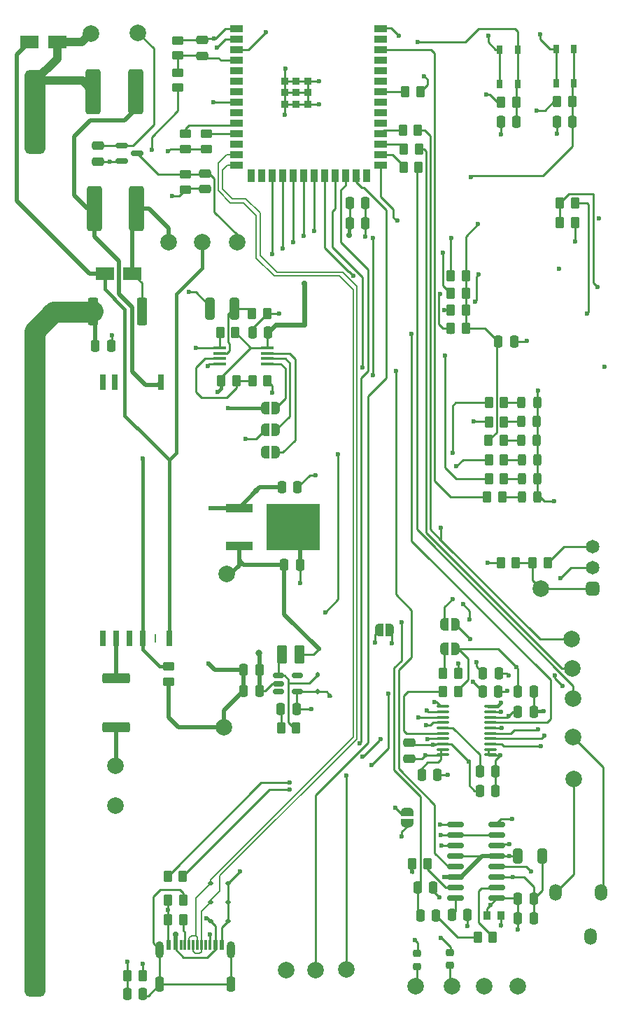
<source format=gbr>
%TF.GenerationSoftware,KiCad,Pcbnew,9.0.0*%
%TF.CreationDate,2025-08-08T14:04:16-04:00*%
%TF.ProjectId,Messages4,4d657373-6167-4657-9334-2e6b69636164,rev?*%
%TF.SameCoordinates,Original*%
%TF.FileFunction,Copper,L1,Top*%
%TF.FilePolarity,Positive*%
%FSLAX46Y46*%
G04 Gerber Fmt 4.6, Leading zero omitted, Abs format (unit mm)*
G04 Created by KiCad (PCBNEW 9.0.0) date 2025-08-08 14:04:16*
%MOMM*%
%LPD*%
G01*
G04 APERTURE LIST*
G04 Aperture macros list*
%AMRoundRect*
0 Rectangle with rounded corners*
0 $1 Rounding radius*
0 $2 $3 $4 $5 $6 $7 $8 $9 X,Y pos of 4 corners*
0 Add a 4 corners polygon primitive as box body*
4,1,4,$2,$3,$4,$5,$6,$7,$8,$9,$2,$3,0*
0 Add four circle primitives for the rounded corners*
1,1,$1+$1,$2,$3*
1,1,$1+$1,$4,$5*
1,1,$1+$1,$6,$7*
1,1,$1+$1,$8,$9*
0 Add four rect primitives between the rounded corners*
20,1,$1+$1,$2,$3,$4,$5,0*
20,1,$1+$1,$4,$5,$6,$7,0*
20,1,$1+$1,$6,$7,$8,$9,0*
20,1,$1+$1,$8,$9,$2,$3,0*%
%AMFreePoly0*
4,1,23,0.500000,-0.750000,0.000000,-0.750000,0.000000,-0.745722,-0.065263,-0.745722,-0.191342,-0.711940,-0.304381,-0.646677,-0.396677,-0.554381,-0.461940,-0.441342,-0.495722,-0.315263,-0.495722,-0.250000,-0.500000,-0.250000,-0.500000,0.250000,-0.495722,0.250000,-0.495722,0.315263,-0.461940,0.441342,-0.396677,0.554381,-0.304381,0.646677,-0.191342,0.711940,-0.065263,0.745722,0.000000,0.745722,
0.000000,0.750000,0.500000,0.750000,0.500000,-0.750000,0.500000,-0.750000,$1*%
%AMFreePoly1*
4,1,23,0.000000,0.745722,0.065263,0.745722,0.191342,0.711940,0.304381,0.646677,0.396677,0.554381,0.461940,0.441342,0.495722,0.315263,0.495722,0.250000,0.500000,0.250000,0.500000,-0.250000,0.495722,-0.250000,0.495722,-0.315263,0.461940,-0.441342,0.396677,-0.554381,0.304381,-0.646677,0.191342,-0.711940,0.065263,-0.745722,0.000000,-0.745722,0.000000,-0.750000,-0.500000,-0.750000,
-0.500000,0.750000,0.000000,0.750000,0.000000,0.745722,0.000000,0.745722,$1*%
G04 Aperture macros list end*
%TA.AperFunction,ComponentPad*%
%ADD10C,2.000000*%
%TD*%
%TA.AperFunction,SMDPad,CuDef*%
%ADD11RoundRect,0.250000X0.262500X0.450000X-0.262500X0.450000X-0.262500X-0.450000X0.262500X-0.450000X0*%
%TD*%
%TA.AperFunction,SMDPad,CuDef*%
%ADD12RoundRect,0.250000X0.250000X0.475000X-0.250000X0.475000X-0.250000X-0.475000X0.250000X-0.475000X0*%
%TD*%
%TA.AperFunction,SMDPad,CuDef*%
%ADD13RoundRect,0.250000X-0.262500X-0.450000X0.262500X-0.450000X0.262500X0.450000X-0.262500X0.450000X0*%
%TD*%
%TA.AperFunction,SMDPad,CuDef*%
%ADD14RoundRect,0.250000X-0.250000X-0.475000X0.250000X-0.475000X0.250000X0.475000X-0.250000X0.475000X0*%
%TD*%
%TA.AperFunction,SMDPad,CuDef*%
%ADD15R,0.760000X1.910000*%
%TD*%
%TA.AperFunction,SMDPad,CuDef*%
%ADD16R,0.150000X1.000000*%
%TD*%
%TA.AperFunction,SMDPad,CuDef*%
%ADD17RoundRect,0.112500X0.187500X0.112500X-0.187500X0.112500X-0.187500X-0.112500X0.187500X-0.112500X0*%
%TD*%
%TA.AperFunction,SMDPad,CuDef*%
%ADD18RoundRect,0.150000X-0.587500X-0.150000X0.587500X-0.150000X0.587500X0.150000X-0.587500X0.150000X0*%
%TD*%
%TA.AperFunction,SMDPad,CuDef*%
%ADD19R,3.302000X1.117600*%
%TD*%
%TA.AperFunction,SMDPad,CuDef*%
%ADD20R,6.400800X5.689600*%
%TD*%
%TA.AperFunction,SMDPad,CuDef*%
%ADD21R,2.260000X1.510000*%
%TD*%
%TA.AperFunction,SMDPad,CuDef*%
%ADD22RoundRect,0.243750X0.243750X0.456250X-0.243750X0.456250X-0.243750X-0.456250X0.243750X-0.456250X0*%
%TD*%
%TA.AperFunction,ComponentPad*%
%ADD23RoundRect,0.635000X-0.635000X-0.635000X0.635000X-0.635000X0.635000X0.635000X-0.635000X0.635000X0*%
%TD*%
%TA.AperFunction,ComponentPad*%
%ADD24RoundRect,0.635000X0.635000X0.635000X-0.635000X0.635000X-0.635000X-0.635000X0.635000X-0.635000X0*%
%TD*%
%TA.AperFunction,SMDPad,CuDef*%
%ADD25RoundRect,0.250000X0.450000X-0.262500X0.450000X0.262500X-0.450000X0.262500X-0.450000X-0.262500X0*%
%TD*%
%TA.AperFunction,SMDPad,CuDef*%
%ADD26RoundRect,0.218750X0.256250X-0.218750X0.256250X0.218750X-0.256250X0.218750X-0.256250X-0.218750X0*%
%TD*%
%TA.AperFunction,SMDPad,CuDef*%
%ADD27RoundRect,0.250000X-0.650000X-2.450000X0.650000X-2.450000X0.650000X2.450000X-0.650000X2.450000X0*%
%TD*%
%TA.AperFunction,ComponentPad*%
%ADD28RoundRect,0.412500X0.412500X-0.412500X0.412500X0.412500X-0.412500X0.412500X-0.412500X-0.412500X0*%
%TD*%
%TA.AperFunction,ComponentPad*%
%ADD29C,1.650000*%
%TD*%
%TA.AperFunction,SMDPad,CuDef*%
%ADD30FreePoly0,90.000000*%
%TD*%
%TA.AperFunction,SMDPad,CuDef*%
%ADD31FreePoly1,90.000000*%
%TD*%
%TA.AperFunction,SMDPad,CuDef*%
%ADD32RoundRect,0.250000X-1.425000X0.362500X-1.425000X-0.362500X1.425000X-0.362500X1.425000X0.362500X0*%
%TD*%
%TA.AperFunction,SMDPad,CuDef*%
%ADD33R,1.500000X0.449999*%
%TD*%
%TA.AperFunction,SMDPad,CuDef*%
%ADD34RoundRect,0.250000X-0.450000X0.262500X-0.450000X-0.262500X0.450000X-0.262500X0.450000X0.262500X0*%
%TD*%
%TA.AperFunction,SMDPad,CuDef*%
%ADD35RoundRect,0.250000X0.375000X0.850000X-0.375000X0.850000X-0.375000X-0.850000X0.375000X-0.850000X0*%
%TD*%
%TA.AperFunction,SMDPad,CuDef*%
%ADD36R,0.890000X1.130000*%
%TD*%
%TA.AperFunction,ComponentPad*%
%ADD37O,1.498600X2.006600*%
%TD*%
%TA.AperFunction,SMDPad,CuDef*%
%ADD38FreePoly0,0.000000*%
%TD*%
%TA.AperFunction,SMDPad,CuDef*%
%ADD39FreePoly1,0.000000*%
%TD*%
%TA.AperFunction,SMDPad,CuDef*%
%ADD40RoundRect,0.250000X-0.325000X-0.650000X0.325000X-0.650000X0.325000X0.650000X-0.325000X0.650000X0*%
%TD*%
%TA.AperFunction,SMDPad,CuDef*%
%ADD41FreePoly0,180.000000*%
%TD*%
%TA.AperFunction,SMDPad,CuDef*%
%ADD42FreePoly1,180.000000*%
%TD*%
%TA.AperFunction,SMDPad,CuDef*%
%ADD43RoundRect,0.150000X-0.850000X-0.150000X0.850000X-0.150000X0.850000X0.150000X-0.850000X0.150000X0*%
%TD*%
%TA.AperFunction,SMDPad,CuDef*%
%ADD44RoundRect,0.250000X-0.362500X-1.425000X0.362500X-1.425000X0.362500X1.425000X-0.362500X1.425000X0*%
%TD*%
%TA.AperFunction,SMDPad,CuDef*%
%ADD45R,0.650000X1.050000*%
%TD*%
%TA.AperFunction,SMDPad,CuDef*%
%ADD46RoundRect,0.250000X-0.475000X0.250000X-0.475000X-0.250000X0.475000X-0.250000X0.475000X0.250000X0*%
%TD*%
%TA.AperFunction,SMDPad,CuDef*%
%ADD47RoundRect,0.250000X0.312500X1.075000X-0.312500X1.075000X-0.312500X-1.075000X0.312500X-1.075000X0*%
%TD*%
%TA.AperFunction,SMDPad,CuDef*%
%ADD48RoundRect,0.150000X-0.512500X-0.150000X0.512500X-0.150000X0.512500X0.150000X-0.512500X0.150000X0*%
%TD*%
%TA.AperFunction,SMDPad,CuDef*%
%ADD49R,0.600000X1.150000*%
%TD*%
%TA.AperFunction,SMDPad,CuDef*%
%ADD50R,0.300000X1.200000*%
%TD*%
%TA.AperFunction,ComponentPad*%
%ADD51O,1.000000X2.100000*%
%TD*%
%TA.AperFunction,ComponentPad*%
%ADD52RoundRect,0.250000X-0.250000X-0.650000X0.250000X-0.650000X0.250000X0.650000X-0.250000X0.650000X0*%
%TD*%
%TA.AperFunction,SMDPad,CuDef*%
%ADD53RoundRect,0.250000X0.475000X-0.250000X0.475000X0.250000X-0.475000X0.250000X-0.475000X-0.250000X0*%
%TD*%
%TA.AperFunction,SMDPad,CuDef*%
%ADD54RoundRect,0.100000X-0.637500X-0.100000X0.637500X-0.100000X0.637500X0.100000X-0.637500X0.100000X0*%
%TD*%
%TA.AperFunction,SMDPad,CuDef*%
%ADD55R,1.500000X0.900000*%
%TD*%
%TA.AperFunction,SMDPad,CuDef*%
%ADD56R,0.900000X1.500000*%
%TD*%
%TA.AperFunction,SMDPad,CuDef*%
%ADD57R,0.900000X0.900000*%
%TD*%
%TA.AperFunction,SMDPad,CuDef*%
%ADD58RoundRect,0.112500X0.112500X-0.187500X0.112500X0.187500X-0.112500X0.187500X-0.112500X-0.187500X0*%
%TD*%
%TA.AperFunction,ViaPad*%
%ADD59C,0.600000*%
%TD*%
%TA.AperFunction,ViaPad*%
%ADD60C,0.700000*%
%TD*%
%TA.AperFunction,ViaPad*%
%ADD61C,0.800000*%
%TD*%
%TA.AperFunction,Conductor*%
%ADD62C,0.254000*%
%TD*%
%TA.AperFunction,Conductor*%
%ADD63C,0.500000*%
%TD*%
%TA.AperFunction,Conductor*%
%ADD64C,2.540000*%
%TD*%
%TA.AperFunction,Conductor*%
%ADD65C,0.400000*%
%TD*%
%TA.AperFunction,Conductor*%
%ADD66C,1.000000*%
%TD*%
%TA.AperFunction,Conductor*%
%ADD67C,0.600000*%
%TD*%
%TA.AperFunction,Conductor*%
%ADD68C,0.200000*%
%TD*%
G04 APERTURE END LIST*
D10*
%TO.P,-OUTL,1,1*%
%TO.N,Net-(-OUT_L1-Pad1)*%
X91175000Y-184500000D03*
%TD*%
%TO.P,-OUTR,1,1*%
%TO.N,Net-(U5--OUT_R)*%
X95025000Y-184500000D03*
%TD*%
%TO.P,+OUTR,1,1*%
%TO.N,Net-(U5-+OUT_R)*%
X99125000Y-184500000D03*
%TD*%
%TO.P,+OUTL,1,1*%
%TO.N,Net-(+OUT_L1-Pad1)*%
X86750000Y-184500000D03*
%TD*%
D11*
%TO.P,R44,1*%
%TO.N,/Audio4/POT_OUTR*%
X96087500Y-178575000D03*
%TO.P,R44,2*%
%TO.N,Net-(C33-Pad1)*%
X94262500Y-178575000D03*
%TD*%
%TO.P,R43,1*%
%TO.N,/Audio4/POT_OUTL*%
X88187500Y-169675000D03*
%TO.P,R43,2*%
%TO.N,Net-(C18-Pad1)*%
X86362500Y-169675000D03*
%TD*%
D12*
%TO.P,C33,1*%
%TO.N,Net-(C33-Pad1)*%
X89225000Y-175975000D03*
%TO.P,C33,2*%
%TO.N,/Audio4/AMP_MONO*%
X87325000Y-175975000D03*
%TD*%
D13*
%TO.P,R3,1*%
%TO.N,/RAD_IN*%
X63087508Y-105450000D03*
%TO.P,R3,2*%
%TO.N,+3.3V*%
X64912508Y-105450000D03*
%TD*%
D11*
%TO.P,R30,1*%
%TO.N,/Audio4/OUTL*%
X91900000Y-148825000D03*
%TO.P,R30,2*%
%TO.N,Net-(U6-OUTL)*%
X90075000Y-148825000D03*
%TD*%
D10*
%TO.P,OUTL1,1,1*%
%TO.N,/Audio4/OUTL*%
X105925000Y-159450000D03*
%TD*%
D14*
%TO.P,C17,1*%
%TO.N,+3.3V*%
X78750000Y-92200000D03*
%TO.P,C17,2*%
%TO.N,GND*%
X80650000Y-92200000D03*
%TD*%
D15*
%TO.P,T1,1,1*%
%TO.N,unconnected-(T1-Pad1)*%
X48912500Y-142405000D03*
%TO.P,T1,2*%
%TO.N,Net-(R6-Pad1)*%
X50512500Y-142405000D03*
%TO.P,T1,3*%
%TO.N,unconnected-(T1-Pad3)*%
X52112500Y-142405000D03*
%TO.P,T1,4*%
%TO.N,Net-(Q1-D)*%
X53712500Y-142405000D03*
D16*
%TO.P,T1,5,5*%
%TO.N,unconnected-(T1-Pad5)*%
X55282500Y-142405000D03*
D15*
%TO.P,T1,6*%
%TO.N,Net-(D1-A)*%
X56912500Y-142405000D03*
%TO.P,T1,7*%
%TO.N,Net-(C2-Pad1)*%
X55942500Y-111475000D03*
%TO.P,T1,8,8*%
%TO.N,unconnected-(T1-Pad8)*%
X50342500Y-111475000D03*
%TO.P,T1,9,9*%
%TO.N,unconnected-(T1-Pad9)*%
X48912500Y-111435000D03*
%TD*%
D11*
%TO.P,R21,1*%
%TO.N,/I2S_BCK*%
X87112500Y-85475000D03*
%TO.P,R21,2*%
%TO.N,Net-(U4-IO35)*%
X85287500Y-85475000D03*
%TD*%
%TO.P,R12,1*%
%TO.N,/GPIO0*%
X105712500Y-77500000D03*
%TO.P,R12,2*%
%TO.N,+3.3V*%
X103887500Y-77500000D03*
%TD*%
D17*
%TO.P,D10,1,1*%
%TO.N,GND*%
X64050000Y-174350000D03*
%TO.P,D10,2,2*%
%TO.N,/USB_D+*%
X61950000Y-174350000D03*
%TD*%
D11*
%TO.P,R39,1*%
%TO.N,+3.3V*%
X92837500Y-102750000D03*
%TO.P,R39,2*%
%TO.N,/MOSI*%
X91012500Y-102750000D03*
%TD*%
D18*
%TO.P,Q1,1,G*%
%TO.N,Net-(Q1-G)*%
X51200000Y-82800000D03*
%TO.P,Q1,2,S*%
%TO.N,GND*%
X51200000Y-84700000D03*
%TO.P,Q1,3,D*%
%TO.N,Net-(Q1-D)*%
X53075000Y-83750000D03*
%TD*%
D10*
%TO.P,GND1,1,1*%
%TO.N,GND*%
X50400000Y-162675000D03*
%TD*%
D11*
%TO.P,R26,1*%
%TO.N,Net-(J1-CC2)*%
X53712500Y-183250000D03*
%TO.P,R26,2*%
%TO.N,GND*%
X51887500Y-183250000D03*
%TD*%
%TO.P,R37,1*%
%TO.N,+3.3V*%
X92812500Y-98575000D03*
%TO.P,R37,2*%
%TO.N,/MISO*%
X90987500Y-98575000D03*
%TD*%
D14*
%TO.P,C3,1*%
%TO.N,/Power4/ANODE*%
X48000000Y-107000000D03*
%TO.P,C3,2*%
%TO.N,Net-(C3-Pad2)*%
X49900000Y-107000000D03*
%TD*%
D19*
%TO.P,U2,1,IN*%
%TO.N,VBUS*%
X65371800Y-126639000D03*
D20*
%TO.P,U2,2,GND*%
%TO.N,GND*%
X71925000Y-128925000D03*
D19*
%TO.P,U2,3,OUT*%
%TO.N,+3.3V*%
X65371800Y-131211000D03*
%TD*%
D10*
%TO.P,5V1,1,1*%
%TO.N,+5V*%
X63550000Y-153175000D03*
%TD*%
D11*
%TO.P,R31,1*%
%TO.N,/Audio4/DAC_MONO*%
X91900000Y-146625000D03*
%TO.P,R31,2*%
%TO.N,Net-(JP4-A)*%
X90075000Y-146625000D03*
%TD*%
%TO.P,R13,1*%
%TO.N,/EN*%
X98912500Y-77600000D03*
%TO.P,R13,2*%
%TO.N,+3.3V*%
X97087500Y-77600000D03*
%TD*%
D21*
%TO.P,D2,1,K*%
%TO.N,Net-(D1-A)*%
X40030000Y-70300000D03*
%TO.P,D2,2,A*%
%TO.N,/Power4/CATHODE*%
X43370000Y-70300000D03*
%TD*%
D14*
%TO.P,C8,1*%
%TO.N,VBUS*%
X70573100Y-124125000D03*
%TO.P,C8,2*%
%TO.N,GND*%
X72473100Y-124125000D03*
%TD*%
D22*
%TO.P,D5,1,K*%
%TO.N,GND*%
X101437500Y-116200000D03*
%TO.P,D5,2,A*%
%TO.N,Net-(D5-A)*%
X99562500Y-116200000D03*
%TD*%
D23*
%TO.P,F1,1,1*%
%TO.N,/Power4/ANODE*%
X40700000Y-184477500D03*
X40700000Y-176857500D03*
D24*
%TO.P,F1,2,2*%
%TO.N,/Power4/CATHODE*%
X40695000Y-82582500D03*
X40695000Y-74962500D03*
%TD*%
D11*
%TO.P,R23,1*%
%TO.N,/I2S_LRCK*%
X87137500Y-83230000D03*
%TO.P,R23,2*%
%TO.N,Net-(U4-IO36)*%
X85312500Y-83230000D03*
%TD*%
D14*
%TO.P,C27,1*%
%TO.N,+3.3V*%
X94525000Y-160850000D03*
%TO.P,C27,2*%
%TO.N,AGND*%
X96425000Y-160850000D03*
%TD*%
%TO.P,C19,1*%
%TO.N,Net-(U6-CAPP)*%
X94900000Y-146625000D03*
%TO.P,C19,2*%
%TO.N,Net-(U6-CAPM)*%
X96800000Y-146625000D03*
%TD*%
D25*
%TO.P,R9,1*%
%TO.N,GND*%
X58900000Y-88112500D03*
%TO.P,R9,2*%
%TO.N,Net-(Q1-D)*%
X58900000Y-86287500D03*
%TD*%
D14*
%TO.P,C12,1*%
%TO.N,+5V*%
X65950000Y-146240000D03*
%TO.P,C12,2*%
%TO.N,GND*%
X67850000Y-146240000D03*
%TD*%
%TO.P,C25,1*%
%TO.N,Net-(U6-VNEG)*%
X94500000Y-158550000D03*
%TO.P,C25,2*%
%TO.N,AGND*%
X96400000Y-158550000D03*
%TD*%
%TO.P,C31,1*%
%TO.N,VBUS*%
X99150000Y-173950000D03*
%TO.P,C31,2*%
%TO.N,PGND*%
X101050000Y-173950000D03*
%TD*%
D26*
%TO.P,FB2,1*%
%TO.N,Net-(-OUT_L1-Pad1)*%
X90925000Y-181987500D03*
%TO.P,FB2,2*%
%TO.N,Net-(U5--OUT_L)*%
X90925000Y-180412500D03*
%TD*%
D27*
%TO.P,C2,1*%
%TO.N,Net-(C2-Pad1)*%
X47900000Y-90400000D03*
%TO.P,C2,2*%
%TO.N,Net-(D1-K)*%
X53000000Y-90400000D03*
%TD*%
D28*
%TO.P,RV1,1,1*%
%TO.N,/Audio4/DAC_MONO*%
X108137500Y-136440000D03*
D29*
%TO.P,RV1,2,2*%
%TO.N,/Audio4/AMP_MONO*%
X108137500Y-133900000D03*
%TO.P,RV1,3,3*%
%TO.N,AGND*%
X108137500Y-131360000D03*
%TD*%
D11*
%TO.P,R16,1*%
%TO.N,Net-(D6-A)*%
X97400000Y-118500000D03*
%TO.P,R16,2*%
%TO.N,+3.3V*%
X95575000Y-118500000D03*
%TD*%
D10*
%TO.P,LRCK1,1,1*%
%TO.N,/I2S_LRCK*%
X105700000Y-146075000D03*
%TD*%
D14*
%TO.P,C11,1*%
%TO.N,GND*%
X97050000Y-79900000D03*
%TO.P,C11,2*%
%TO.N,/EN*%
X98950000Y-79900000D03*
%TD*%
%TO.P,C24,1*%
%TO.N,Net-(U5-VREF)*%
X91125000Y-175900000D03*
%TO.P,C24,2*%
%TO.N,PGND*%
X93025000Y-175900000D03*
%TD*%
D27*
%TO.P,C4,1*%
%TO.N,/Power4/CATHODE*%
X47750000Y-76300000D03*
%TO.P,C4,2*%
%TO.N,Net-(C2-Pad1)*%
X52850000Y-76300000D03*
%TD*%
D11*
%TO.P,R14,1*%
%TO.N,Net-(D4-A)*%
X97450000Y-113900000D03*
%TO.P,R14,2*%
%TO.N,/I2S_DOUT*%
X95625000Y-113900000D03*
%TD*%
D10*
%TO.P,DRAIN1,1,1*%
%TO.N,Net-(Q1-D)*%
X65150000Y-94500000D03*
%TD*%
D30*
%TO.P,JP8,1,A*%
%TO.N,PGND*%
X85775000Y-164750000D03*
D31*
%TO.P,JP8,2,B*%
%TO.N,AGND*%
X85775000Y-163450000D03*
%TD*%
D32*
%TO.P,R6,1*%
%TO.N,Net-(R6-Pad1)*%
X50500000Y-147237500D03*
%TO.P,R6,2*%
%TO.N,VBUS*%
X50500000Y-153162500D03*
%TD*%
D33*
%TO.P,U1,1,1OUT*%
%TO.N,/RAD_IN*%
X63000024Y-107275001D03*
%TO.P,U1,2,1IN-*%
%TO.N,Net-(U1A-1IN-)*%
X63000024Y-107924999D03*
%TO.P,U1,3,1IN+*%
%TO.N,Net-(U1A-1IN+)*%
X63000024Y-108575001D03*
%TO.P,U1,4,GND*%
%TO.N,GND*%
X63000024Y-109224999D03*
%TO.P,U1,5,2IN+*%
%TO.N,Net-(JP1-A)*%
X68799992Y-109224999D03*
%TO.P,U1,6,2IN-*%
%TO.N,Net-(JP3-A)*%
X68799992Y-108575001D03*
%TO.P,U1,7,2OUT*%
%TO.N,Net-(JP2-B)*%
X68799992Y-107924999D03*
%TO.P,U1,8,VCC*%
%TO.N,+3.3V*%
X68799992Y-107275001D03*
%TD*%
D34*
%TO.P,R29,1*%
%TO.N,/SCL*%
X58900000Y-81375000D03*
%TO.P,R29,2*%
%TO.N,+3.3V*%
X58900000Y-83200000D03*
%TD*%
D11*
%TO.P,R27,1*%
%TO.N,/MCU4/SHELL_GND*%
X58612500Y-174050000D03*
%TO.P,R27,2*%
%TO.N,GND*%
X56787500Y-174050000D03*
%TD*%
D35*
%TO.P,L1,1,1*%
%TO.N,+3.3V*%
X72700000Y-144350000D03*
%TO.P,L1,2,2*%
%TO.N,Net-(D3-A)*%
X70550000Y-144350000D03*
%TD*%
D36*
%TO.P,C28,1*%
%TO.N,VBUS*%
X95355000Y-175925000D03*
%TO.P,C28,2*%
%TO.N,PGND*%
X97095000Y-175925000D03*
%TD*%
D10*
%TO.P,+5V1,1,1*%
%TO.N,+5V*%
X78400000Y-182500000D03*
%TD*%
D37*
%TO.P,J2,1,1*%
%TO.N,AGND*%
X107950124Y-178490435D03*
%TO.P,J2,2,2*%
%TO.N,/Audio4/OUTL*%
X103699942Y-173190433D03*
%TO.P,J2,3,3*%
%TO.N,/Audio4/OUTR*%
X109199941Y-173190433D03*
%TD*%
D17*
%TO.P,D12,1,1*%
%TO.N,GND*%
X64050000Y-176650000D03*
%TO.P,D12,2,2*%
%TO.N,VBUS*%
X61950000Y-176650000D03*
%TD*%
D11*
%TO.P,R17,1*%
%TO.N,Net-(D7-A)*%
X97450000Y-120800000D03*
%TO.P,R17,2*%
%TO.N,VBUS*%
X95625000Y-120800000D03*
%TD*%
D14*
%TO.P,C16,1*%
%TO.N,+3.3V*%
X78750000Y-89740000D03*
%TO.P,C16,2*%
%TO.N,GND*%
X80650000Y-89740000D03*
%TD*%
D13*
%TO.P,R11,1*%
%TO.N,Net-(C7-Pad2)*%
X70487500Y-153250000D03*
%TO.P,R11,2*%
%TO.N,Net-(D3-A)*%
X72312500Y-153250000D03*
%TD*%
D11*
%TO.P,R24,1*%
%TO.N,/I2S_DOUT*%
X87037500Y-80950000D03*
%TO.P,R24,2*%
%TO.N,Net-(U4-IO37)*%
X85212500Y-80950000D03*
%TD*%
D38*
%TO.P,JP2,1,A*%
%TO.N,unconnected-(JP2-A-Pad1)*%
X68550000Y-119925000D03*
D39*
%TO.P,JP2,2,B*%
%TO.N,Net-(JP2-B)*%
X69850000Y-119925000D03*
%TD*%
D11*
%TO.P,R41,1*%
%TO.N,Net-(J3-DAT1)*%
X106012500Y-92100000D03*
%TO.P,R41,2*%
%TO.N,+3.3V*%
X104187500Y-92100000D03*
%TD*%
D40*
%TO.P,C29,1*%
%TO.N,VBUS*%
X99125000Y-168750000D03*
%TO.P,C29,2*%
%TO.N,PGND*%
X102075000Y-168750000D03*
%TD*%
D12*
%TO.P,C23,1*%
%TO.N,Net-(U6-LDOO)*%
X89387500Y-158900000D03*
%TO.P,C23,2*%
%TO.N,AGND*%
X87487500Y-158900000D03*
%TD*%
D41*
%TO.P,JP7,1,A*%
%TO.N,AGND*%
X83650000Y-141450000D03*
D42*
%TO.P,JP7,2,B*%
%TO.N,GND*%
X82350000Y-141450000D03*
%TD*%
D41*
%TO.P,JP3,1,A*%
%TO.N,Net-(JP3-A)*%
X69850000Y-117225000D03*
D42*
%TO.P,JP3,2,B*%
%TO.N,GND*%
X68550000Y-117225000D03*
%TD*%
D43*
%TO.P,U5,1,+OUT_L*%
%TO.N,Net-(U5-+OUT_L)*%
X91575000Y-164980000D03*
%TO.P,U5,2,PGNDL*%
%TO.N,PGND*%
X91575000Y-166250000D03*
%TO.P,U5,3,-OUT_L*%
%TO.N,Net-(U5--OUT_L)*%
X91575000Y-167520000D03*
%TO.P,U5,4,PVDDL*%
%TO.N,VBUS*%
X91575000Y-168790000D03*
%TO.P,U5,5,~{MUTE}*%
%TO.N,/MUTE_AMP*%
X91575000Y-170060000D03*
%TO.P,U5,6,VDD*%
%TO.N,VBUS*%
X91575000Y-171330000D03*
%TO.P,U5,7,INL*%
%TO.N,/Audio4/POT_OUTL*%
X91575000Y-172600000D03*
%TO.P,U5,8,VREF*%
%TO.N,Net-(U5-VREF)*%
X91575000Y-173870000D03*
%TO.P,U5,9,MODE*%
%TO.N,VBUS*%
X96575000Y-173870000D03*
%TO.P,U5,10,INR*%
%TO.N,/Audio4/POT_OUTR*%
X96575000Y-172600000D03*
%TO.P,U5,11,GND*%
%TO.N,PGND*%
X96575000Y-171330000D03*
%TO.P,U5,12,~{SHND}*%
%TO.N,/AMP*%
X96575000Y-170060000D03*
%TO.P,U5,13,PVDDR*%
%TO.N,VBUS*%
X96575000Y-168790000D03*
%TO.P,U5,14,-OUT_R*%
%TO.N,Net-(U5--OUT_R)*%
X96575000Y-167520000D03*
%TO.P,U5,15,PGNDR*%
%TO.N,PGND*%
X96575000Y-166250000D03*
%TO.P,U5,16,+OUT_R*%
%TO.N,Net-(U5-+OUT_R)*%
X96575000Y-164980000D03*
%TD*%
D22*
%TO.P,D6,1,K*%
%TO.N,GND*%
X101425000Y-118500000D03*
%TO.P,D6,2,A*%
%TO.N,Net-(D6-A)*%
X99550000Y-118500000D03*
%TD*%
D10*
%TO.P,VBUS1,1,1*%
%TO.N,VBUS*%
X50400000Y-157850000D03*
%TD*%
%TO.P,OUTR1,1,1*%
%TO.N,/Audio4/OUTR*%
X105825000Y-154350000D03*
%TD*%
D11*
%TO.P,R32,1*%
%TO.N,/Audio4/OUTR*%
X58587500Y-171200000D03*
%TO.P,R32,2*%
%TO.N,Net-(U6-OUTR)*%
X56762500Y-171200000D03*
%TD*%
%TO.P,R38,1*%
%TO.N,+3.3V*%
X92837500Y-100700000D03*
%TO.P,R38,2*%
%TO.N,/SCK*%
X91012500Y-100700000D03*
%TD*%
D34*
%TO.P,R25,1*%
%TO.N,GND*%
X58000000Y-70087500D03*
%TO.P,R25,2*%
%TO.N,Net-(U4-IO4{slash}ADC1_CH3)*%
X58000000Y-71912500D03*
%TD*%
D17*
%TO.P,D11,1,1*%
%TO.N,GND*%
X64050000Y-172050000D03*
%TO.P,D11,2,2*%
%TO.N,/USB_D-*%
X61950000Y-172050000D03*
%TD*%
D10*
%TO.P,HIV-1,1,1*%
%TO.N,/Power4/CATHODE*%
X47425000Y-69250000D03*
%TD*%
D12*
%TO.P,C18,1*%
%TO.N,Net-(C18-Pad1)*%
X88875000Y-172600000D03*
%TO.P,C18,2*%
%TO.N,/Audio4/AMP_MONO*%
X86975000Y-172600000D03*
%TD*%
D10*
%TO.P,DOUT1,1,1*%
%TO.N,/I2S_DOUT*%
X105650000Y-142500000D03*
%TD*%
D11*
%TO.P,R22,1*%
%TO.N,Net-(J1-CC1)*%
X58612500Y-176450000D03*
%TO.P,R22,2*%
%TO.N,GND*%
X56787500Y-176450000D03*
%TD*%
D21*
%TO.P,D1,1,K*%
%TO.N,Net-(D1-K)*%
X52495000Y-98300000D03*
%TO.P,D1,2,A*%
%TO.N,Net-(D1-A)*%
X49155000Y-98300000D03*
%TD*%
D11*
%TO.P,R8,1*%
%TO.N,Net-(Q1-G)*%
X87300000Y-76330000D03*
%TO.P,R8,2*%
%TO.N,/PWM*%
X85475000Y-76330000D03*
%TD*%
D14*
%TO.P,C32,1*%
%TO.N,+3.3V*%
X96750000Y-106525000D03*
%TO.P,C32,2*%
%TO.N,GND*%
X98650000Y-106525000D03*
%TD*%
D44*
%TO.P,R4,1*%
%TO.N,/Power4/ANODE*%
X47700000Y-102900000D03*
%TO.P,R4,2*%
%TO.N,Net-(D1-K)*%
X53625000Y-102900000D03*
%TD*%
D45*
%TO.P,S1,1*%
%TO.N,/GPIO0*%
X105875000Y-71125000D03*
%TO.P,S1,2*%
X105875000Y-75275000D03*
%TO.P,S1,3*%
%TO.N,GND*%
X103725000Y-71125000D03*
%TO.P,S1,4*%
X103725000Y-75275000D03*
%TD*%
D11*
%TO.P,R42,1*%
%TO.N,Net-(J3-DAT2)*%
X106037500Y-89750000D03*
%TO.P,R42,2*%
%TO.N,+3.3V*%
X104212500Y-89750000D03*
%TD*%
%TO.P,R15,1*%
%TO.N,Net-(D5-A)*%
X97425000Y-116300000D03*
%TO.P,R15,2*%
%TO.N,+5V*%
X95600000Y-116300000D03*
%TD*%
D14*
%TO.P,C20,1*%
%TO.N,/Audio4/OUTR*%
X94850000Y-148825000D03*
%TO.P,C20,2*%
%TO.N,AGND*%
X96750000Y-148825000D03*
%TD*%
D46*
%TO.P,C26,1*%
%TO.N,+3.3V*%
X85975000Y-155075000D03*
%TO.P,C26,2*%
%TO.N,AGND*%
X85975000Y-156975000D03*
%TD*%
D14*
%TO.P,C1,1*%
%TO.N,GND*%
X67000008Y-105440000D03*
%TO.P,C1,2*%
%TO.N,+3.3V*%
X68900008Y-105440000D03*
%TD*%
D47*
%TO.P,R7,1*%
%TO.N,Net-(U1A-1IN-)*%
X64812500Y-102550000D03*
%TO.P,R7,2*%
%TO.N,Net-(C3-Pad2)*%
X61887500Y-102550000D03*
%TD*%
D14*
%TO.P,C22,1*%
%TO.N,Net-(U6-LDOO)*%
X99137500Y-151300000D03*
%TO.P,C22,2*%
%TO.N,AGND*%
X101037500Y-151300000D03*
%TD*%
D11*
%TO.P,R18,1*%
%TO.N,Net-(D8-A)*%
X97450000Y-123100000D03*
%TO.P,R18,2*%
%TO.N,/BAT_SENSE*%
X95625000Y-123100000D03*
%TD*%
D14*
%TO.P,C30,1*%
%TO.N,VBUS*%
X99150000Y-176250000D03*
%TO.P,C30,2*%
%TO.N,PGND*%
X101050000Y-176250000D03*
%TD*%
D45*
%TO.P,S2,1*%
%TO.N,/EN*%
X99075000Y-71225000D03*
%TO.P,S2,2*%
X99075000Y-75375000D03*
%TO.P,S2,3*%
%TO.N,GND*%
X96925000Y-71225000D03*
%TO.P,S2,4*%
X96925000Y-75375000D03*
%TD*%
D48*
%TO.P,U3,1,SW*%
%TO.N,Net-(D3-A)*%
X70125000Y-146950000D03*
%TO.P,U3,2,GND*%
%TO.N,GND*%
X70125000Y-147900000D03*
%TO.P,U3,3,NC*%
%TO.N,unconnected-(U3-NC-Pad3)*%
X70125000Y-148850000D03*
%TO.P,U3,4,VOUT*%
%TO.N,+5V*%
X72400000Y-148850000D03*
%TO.P,U3,5,NC*%
%TO.N,unconnected-(U3-NC-Pad5)*%
X72400000Y-146950000D03*
%TD*%
D34*
%TO.P,R28,1*%
%TO.N,/SDA*%
X61400000Y-81387500D03*
%TO.P,R28,2*%
%TO.N,+3.3V*%
X61400000Y-83212500D03*
%TD*%
D38*
%TO.P,JP4,1,A*%
%TO.N,Net-(JP4-A)*%
X90250000Y-143700000D03*
D39*
%TO.P,JP4,2,B*%
%TO.N,/Audio4/OUTL*%
X91550000Y-143700000D03*
%TD*%
D10*
%TO.P,BCK1,1,1*%
%TO.N,/I2S_BCK*%
X105800000Y-149675000D03*
%TD*%
D14*
%TO.P,C13,1*%
%TO.N,+5V*%
X65950000Y-148750000D03*
%TO.P,C13,2*%
%TO.N,GND*%
X67850000Y-148750000D03*
%TD*%
D10*
%TO.P,STG1,1,1*%
%TO.N,Net-(D1-A)*%
X60900000Y-94500000D03*
%TD*%
D41*
%TO.P,JP1,1,A*%
%TO.N,Net-(JP1-A)*%
X69825000Y-114550000D03*
D42*
%TO.P,JP1,2,B*%
%TO.N,+3.3V*%
X68525000Y-114550000D03*
%TD*%
D22*
%TO.P,D8,1,K*%
%TO.N,GND*%
X101475000Y-123100000D03*
%TO.P,D8,2,A*%
%TO.N,Net-(D8-A)*%
X99600000Y-123100000D03*
%TD*%
D46*
%TO.P,C5,1*%
%TO.N,Net-(Q1-D)*%
X61300000Y-86200000D03*
%TO.P,C5,2*%
%TO.N,GND*%
X61300000Y-88100000D03*
%TD*%
%TO.P,C6,1*%
%TO.N,Net-(Q1-G)*%
X48300000Y-82850000D03*
%TO.P,C6,2*%
%TO.N,GND*%
X48300000Y-84750000D03*
%TD*%
D14*
%TO.P,C9,1*%
%TO.N,+3.3V*%
X70873100Y-133525000D03*
%TO.P,C9,2*%
%TO.N,GND*%
X72773100Y-133525000D03*
%TD*%
D10*
%TO.P,+3.3V1,1,1*%
%TO.N,+3.3V*%
X63900000Y-134625000D03*
%TD*%
D49*
%TO.P,J1,A1_B12,GND*%
%TO.N,GND*%
X56900000Y-179495000D03*
%TO.P,J1,A4_B9,VBUS*%
%TO.N,VBUS*%
X57700000Y-179495000D03*
D50*
%TO.P,J1,A5,CC1*%
%TO.N,Net-(J1-CC1)*%
X58850000Y-179470000D03*
%TO.P,J1,A6,DP+*%
%TO.N,/USB_D+*%
X59850000Y-179470000D03*
%TO.P,J1,A7,DN-*%
%TO.N,/USB_D-*%
X60350000Y-179470000D03*
%TO.P,J1,A8,SBU1*%
%TO.N,unconnected-(J1-SBU1-PadA8)*%
X61350000Y-179470000D03*
D49*
%TO.P,J1,B1_A12,GND*%
%TO.N,GND*%
X63300000Y-179495000D03*
%TO.P,J1,B4_A9,VBUS*%
%TO.N,VBUS*%
X62500000Y-179495000D03*
D50*
%TO.P,J1,B5,CC2*%
%TO.N,Net-(J1-CC2)*%
X61850000Y-179470000D03*
%TO.P,J1,B6,DP2+*%
%TO.N,/USB_D+*%
X60850000Y-179470000D03*
%TO.P,J1,B7,DN2-*%
%TO.N,/USB_D-*%
X59350000Y-179470000D03*
%TO.P,J1,B8,SBU2*%
%TO.N,unconnected-(J1-SBU2-PadB8)*%
X58350000Y-179470000D03*
D51*
%TO.P,J1,SH1,SHELL_GND*%
%TO.N,/MCU4/SHELL_GND*%
X55780000Y-180070000D03*
%TO.P,J1,SH2,SHELL_GND*%
X64420000Y-180070000D03*
D52*
%TO.P,J1,SH3,SHELL_GND*%
X55780000Y-184250000D03*
%TO.P,J1,SH4,SHELL_GND*%
X64420000Y-184250000D03*
%TD*%
D10*
%TO.P,LAMP1,1,1*%
%TO.N,/LAMP*%
X74675000Y-182525000D03*
%TD*%
D13*
%TO.P,R34,1*%
%TO.N,/Audio4/DAC_MONO*%
X100925000Y-133300000D03*
%TO.P,R34,2*%
%TO.N,AGND*%
X102750000Y-133300000D03*
%TD*%
D10*
%TO.P,PWM1,1,1*%
%TO.N,Net-(Q1-G)*%
X53175000Y-69150000D03*
%TD*%
%TO.P,GND2,1,1*%
%TO.N,GND*%
X71050000Y-182525000D03*
%TD*%
D14*
%TO.P,C21,1*%
%TO.N,/Audio4/OUTL*%
X99137500Y-148900000D03*
%TO.P,C21,2*%
%TO.N,AGND*%
X101037500Y-148900000D03*
%TD*%
D11*
%TO.P,R2,1*%
%TO.N,Net-(U1A-1IN+)*%
X65037500Y-111300000D03*
%TO.P,R2,2*%
%TO.N,+3.3V*%
X63212500Y-111300000D03*
%TD*%
D38*
%TO.P,JP6,1,A*%
%TO.N,Net-(JP6-A)*%
X90250000Y-140725000D03*
D39*
%TO.P,JP6,2,B*%
%TO.N,/Audio4/OUTR*%
X91550000Y-140725000D03*
%TD*%
D34*
%TO.P,R20,1*%
%TO.N,Net-(U4-IO4{slash}ADC1_CH3)*%
X58000000Y-73987500D03*
%TO.P,R20,2*%
%TO.N,VBUS*%
X58000000Y-75812500D03*
%TD*%
D11*
%TO.P,R19,1*%
%TO.N,Net-(D9-A)*%
X97250000Y-125300000D03*
%TO.P,R19,2*%
%TO.N,/BLINK*%
X95425000Y-125300000D03*
%TD*%
D53*
%TO.P,C14,1*%
%TO.N,Net-(U4-IO4{slash}ADC1_CH3)*%
X60900000Y-71950000D03*
%TO.P,C14,2*%
%TO.N,GND*%
X60900000Y-70050000D03*
%TD*%
D22*
%TO.P,D7,1,K*%
%TO.N,GND*%
X101475000Y-120800000D03*
%TO.P,D7,2,A*%
%TO.N,Net-(D7-A)*%
X99600000Y-120800000D03*
%TD*%
D54*
%TO.P,U6,1,CPVDD*%
%TO.N,+3.3V*%
X90062500Y-150650000D03*
%TO.P,U6,2,CAPP*%
%TO.N,Net-(U6-CAPP)*%
X90062500Y-151300000D03*
%TO.P,U6,3,CPGND*%
%TO.N,AGND*%
X90062500Y-151950000D03*
%TO.P,U6,4,CAPM*%
%TO.N,Net-(U6-CAPM)*%
X90062500Y-152600000D03*
%TO.P,U6,5,VNEG*%
%TO.N,Net-(U6-VNEG)*%
X90062500Y-153250000D03*
%TO.P,U6,6,OUTL*%
%TO.N,Net-(U6-OUTL)*%
X90062500Y-153900000D03*
%TO.P,U6,7,OUTR*%
%TO.N,Net-(U6-OUTR)*%
X90062500Y-154550000D03*
%TO.P,U6,8,AVDD*%
%TO.N,+3.3V*%
X90062500Y-155200000D03*
%TO.P,U6,9,AGND*%
%TO.N,AGND*%
X90062500Y-155850000D03*
%TO.P,U6,10,DEMP*%
X90062500Y-156500000D03*
%TO.P,U6,11,FLT*%
X95787500Y-156500000D03*
%TO.P,U6,12,SCK*%
X95787500Y-155850000D03*
%TO.P,U6,13,BCK*%
%TO.N,/I2S_BCK*%
X95787500Y-155200000D03*
%TO.P,U6,14,DIN*%
%TO.N,/I2S_DOUT*%
X95787500Y-154550000D03*
%TO.P,U6,15,LRCK*%
%TO.N,/I2S_LRCK*%
X95787500Y-153900000D03*
%TO.P,U6,16,FMT*%
%TO.N,AGND*%
X95787500Y-153250000D03*
%TO.P,U6,17,XSMT*%
%TO.N,/MUTE*%
X95787500Y-152600000D03*
%TO.P,U6,18,LDOO*%
%TO.N,Net-(U6-LDOO)*%
X95787500Y-151950000D03*
%TO.P,U6,19,DGND*%
%TO.N,AGND*%
X95787500Y-151300000D03*
%TO.P,U6,20,DVDD*%
%TO.N,+3.3V*%
X95787500Y-150650000D03*
%TD*%
D22*
%TO.P,D9,1,K*%
%TO.N,GND*%
X101475000Y-125300000D03*
%TO.P,D9,2,A*%
%TO.N,Net-(D9-A)*%
X99600000Y-125300000D03*
%TD*%
D11*
%TO.P,R5,1*%
%TO.N,GND*%
X68812500Y-111300000D03*
%TO.P,R5,2*%
%TO.N,Net-(U1A-1IN+)*%
X66987500Y-111300000D03*
%TD*%
%TO.P,R40,1*%
%TO.N,+3.3V*%
X92837500Y-104925000D03*
%TO.P,R40,2*%
%TO.N,/CS*%
X91012500Y-104925000D03*
%TD*%
D22*
%TO.P,D4,1,K*%
%TO.N,GND*%
X101450000Y-113900000D03*
%TO.P,D4,2,A*%
%TO.N,Net-(D4-A)*%
X99575000Y-113900000D03*
%TD*%
D55*
%TO.P,U4,1,GND_1*%
%TO.N,GND*%
X65050000Y-68680000D03*
%TO.P,U4,2,3V3*%
%TO.N,+3.3V*%
X65050000Y-69950000D03*
%TO.P,U4,3,EN*%
%TO.N,/EN*%
X65050000Y-71220000D03*
%TO.P,U4,4,IO4/ADC1_CH3*%
%TO.N,Net-(U4-IO4{slash}ADC1_CH3)*%
X65050000Y-72490000D03*
%TO.P,U4,5,IO5/ADC1_CH4*%
%TO.N,unconnected-(U4-IO5{slash}ADC1_CH4-Pad5)*%
X65050000Y-73760000D03*
%TO.P,U4,6,IO6*%
%TO.N,unconnected-(U4-IO6-Pad6)*%
X65050000Y-75030000D03*
%TO.P,U4,7,IO7*%
%TO.N,unconnected-(U4-IO7-Pad7)*%
X65050000Y-76300000D03*
%TO.P,U4,8,IO15*%
%TO.N,/RAD_IN*%
X65050000Y-77570000D03*
%TO.P,U4,9,IO16*%
%TO.N,/GPIO16*%
X65050000Y-78840000D03*
%TO.P,U4,10,IO17*%
%TO.N,/SCL*%
X65050000Y-80110000D03*
%TO.P,U4,11,IO18*%
%TO.N,/SDA*%
X65050000Y-81380000D03*
%TO.P,U4,12,IO8*%
%TO.N,unconnected-(U4-IO8-Pad12)*%
X65050000Y-82650000D03*
%TO.P,U4,13,IO19*%
%TO.N,/USB_D-*%
X65050000Y-83920000D03*
%TO.P,U4,14,IO20*%
%TO.N,/USB_D+*%
X65050000Y-85190000D03*
D56*
%TO.P,U4,15,IO3*%
%TO.N,unconnected-(U4-IO3-Pad15)*%
X66815000Y-86440000D03*
%TO.P,U4,16,IO46*%
%TO.N,unconnected-(U4-IO46-Pad16)*%
X68085000Y-86440000D03*
%TO.P,U4,17,IO9*%
%TO.N,/BAT_SENSE*%
X69355000Y-86440000D03*
%TO.P,U4,18,IO10/CS*%
%TO.N,/CS*%
X70625000Y-86440000D03*
%TO.P,U4,19,IO11/MOSI*%
%TO.N,/MOSI*%
X71895000Y-86440000D03*
%TO.P,U4,20,IO12/CLK*%
%TO.N,/SCK*%
X73165000Y-86440000D03*
%TO.P,U4,21,IO13/MISO*%
%TO.N,/MISO*%
X74435000Y-86440000D03*
%TO.P,U4,22,IO14*%
%TO.N,/MUTE*%
X75705000Y-86440000D03*
%TO.P,U4,23,IO21*%
%TO.N,/MUTE_AMP*%
X76975000Y-86440000D03*
%TO.P,U4,24,IO47*%
%TO.N,/AMP*%
X78245000Y-86440000D03*
%TO.P,U4,25,IO48*%
%TO.N,/LAMP*%
X79515000Y-86440000D03*
%TO.P,U4,26,IO45*%
%TO.N,unconnected-(U4-IO45-Pad26)*%
X80785000Y-86440000D03*
D55*
%TO.P,U4,27,IO0*%
%TO.N,/GPIO0*%
X82550000Y-85190000D03*
%TO.P,U4,28,IO35*%
%TO.N,Net-(U4-IO35)*%
X82550000Y-83920000D03*
%TO.P,U4,29,IO36*%
%TO.N,Net-(U4-IO36)*%
X82550000Y-82650000D03*
%TO.P,U4,30,IO37*%
%TO.N,Net-(U4-IO37)*%
X82550000Y-81380000D03*
%TO.P,U4,31,IO38*%
%TO.N,/GPIO38*%
X82550000Y-80110000D03*
%TO.P,U4,32,IO39*%
%TO.N,/GPIO39*%
X82550000Y-78840000D03*
%TO.P,U4,33,IO40*%
%TO.N,/GPIO40*%
X82550000Y-77570000D03*
%TO.P,U4,34,IO41*%
%TO.N,/PWM*%
X82550000Y-76300000D03*
%TO.P,U4,35,IO42*%
%TO.N,/GPIO42*%
X82550000Y-75030000D03*
%TO.P,U4,36,RXD0*%
%TO.N,unconnected-(U4-RXD0-Pad36)*%
X82550000Y-73760000D03*
%TO.P,U4,37,TXD0*%
%TO.N,unconnected-(U4-TXD0-Pad37)*%
X82550000Y-72490000D03*
%TO.P,U4,38,IO2*%
%TO.N,/BLINK*%
X82550000Y-71220000D03*
%TO.P,U4,39,IO1*%
%TO.N,unconnected-(U4-IO1-Pad39)*%
X82550000Y-69950000D03*
%TO.P,U4,40,GND_2*%
%TO.N,GND*%
X82550000Y-68680000D03*
D57*
%TO.P,U4,41,GND_3*%
X72300000Y-76400000D03*
%TO.P,U4,42,GND_4*%
X72300000Y-75000000D03*
%TO.P,U4,43,GND_5*%
X70900000Y-75000000D03*
%TO.P,U4,44,GND_6*%
X70900000Y-76400000D03*
%TO.P,U4,45,GND_7*%
X70900000Y-77800000D03*
%TO.P,U4,46,GND_8*%
X72300000Y-77800000D03*
%TO.P,U4,47,GND_9*%
X73700000Y-77800000D03*
%TO.P,U4,48,GND_10*%
X73700000Y-76400000D03*
%TO.P,U4,49,GND_11*%
X73700000Y-75000000D03*
%TD*%
D10*
%TO.P,HIV+1,1,1*%
%TO.N,Net-(D1-K)*%
X56900000Y-94500000D03*
%TD*%
D11*
%TO.P,R10,1*%
%TO.N,GND*%
X68787500Y-103100000D03*
%TO.P,R10,2*%
%TO.N,Net-(U1A-1IN-)*%
X66962500Y-103100000D03*
%TD*%
D26*
%TO.P,FB1,1*%
%TO.N,Net-(+OUT_L1-Pad1)*%
X86925000Y-182112500D03*
%TO.P,FB1,2*%
%TO.N,Net-(U5-+OUT_L)*%
X86925000Y-180537500D03*
%TD*%
D34*
%TO.P,R1,1*%
%TO.N,Net-(Q1-D)*%
X56850000Y-145812500D03*
%TO.P,R1,2*%
%TO.N,+5V*%
X56850000Y-147637500D03*
%TD*%
D10*
%TO.P,DAC_MONO1,1,1*%
%TO.N,/Audio4/DAC_MONO*%
X101925000Y-136400000D03*
%TD*%
D14*
%TO.P,C10,1*%
%TO.N,GND*%
X103850000Y-79900000D03*
%TO.P,C10,2*%
%TO.N,/GPIO0*%
X105750000Y-79900000D03*
%TD*%
D12*
%TO.P,C7,1*%
%TO.N,+5V*%
X72350000Y-150950000D03*
%TO.P,C7,2*%
%TO.N,Net-(C7-Pad2)*%
X70450000Y-150950000D03*
%TD*%
D14*
%TO.P,C15,1*%
%TO.N,GND*%
X51862500Y-185400000D03*
%TO.P,C15,2*%
%TO.N,/MCU4/SHELL_GND*%
X53762500Y-185400000D03*
%TD*%
D58*
%TO.P,D3,1,K*%
%TO.N,+5V*%
X74900000Y-148900000D03*
%TO.P,D3,2,A*%
%TO.N,Net-(D3-A)*%
X74900000Y-146800000D03*
%TD*%
D11*
%TO.P,R33,1*%
%TO.N,/Audio4/DAC_MONO*%
X98887500Y-133300000D03*
%TO.P,R33,2*%
%TO.N,Net-(JP6-A)*%
X97062500Y-133300000D03*
%TD*%
D59*
%TO.N,Net-(C18-Pad1)*%
X86362500Y-170625000D03*
X89625000Y-173750000D03*
%TO.N,PGND*%
X93025000Y-177250000D03*
%TO.N,AGND*%
X97825000Y-148800000D03*
%TO.N,Net-(C3-Pad2)*%
X59275000Y-100500000D03*
%TO.N,/I2S_DOUT*%
X89775000Y-129075000D03*
X91225000Y-119950000D03*
%TO.N,/MOSI*%
X93937500Y-101662500D03*
X94400000Y-98400000D03*
X90225000Y-102750000D03*
%TO.N,/CS*%
X89750000Y-100800000D03*
%TO.N,+5V*%
X75800000Y-139275000D03*
X77375000Y-120125000D03*
%TO.N,VBUS*%
X91700000Y-121600000D03*
X54800000Y-83325000D03*
D60*
X67467900Y-124542900D03*
D59*
%TO.N,/BAT_SENSE*%
X90325000Y-108250000D03*
%TO.N,/Audio4/DAC_MONO*%
X93287500Y-140112500D03*
%TO.N,+3.3V*%
X88875000Y-155275000D03*
%TO.N,+5V*%
X93775000Y-116200000D03*
%TO.N,GND*%
X100200000Y-106400000D03*
%TO.N,/SCK*%
X90025000Y-95750000D03*
%TO.N,/MISO*%
X91087500Y-93987500D03*
%TO.N,Net-(J3-DAT2)*%
X107450000Y-103175000D03*
%TO.N,Net-(J3-DAT1)*%
X106012500Y-94400000D03*
%TO.N,GND*%
X108925000Y-91603400D03*
%TO.N,/Audio4/DAC_MONO*%
X92500000Y-138300000D03*
X91900000Y-145500000D03*
%TO.N,Net-(JP6-A)*%
X91225000Y-137675000D03*
X95450000Y-133250000D03*
%TO.N,/Audio4/AMP_MONO*%
X85025000Y-140475000D03*
X104300000Y-135150000D03*
%TO.N,/Audio4/OUTL*%
X98912500Y-145912500D03*
%TO.N,/I2S_DOUT*%
X104550000Y-148150000D03*
%TO.N,AGND*%
X87075000Y-151975000D03*
%TO.N,GND*%
X81850000Y-142900000D03*
%TO.N,AGND*%
X83900000Y-143025000D03*
%TO.N,+3.3V*%
X93175000Y-157350000D03*
%TO.N,Net-(U6-CAPP)*%
X88087500Y-151162500D03*
%TO.N,Net-(U6-CAPM)*%
X88025000Y-152950000D03*
X98025000Y-146900000D03*
%TO.N,Net-(U6-CAPP)*%
X94100000Y-145325000D03*
%TO.N,+5V*%
X78325000Y-159050000D03*
X74100000Y-151000000D03*
X61725000Y-145475000D03*
X76362500Y-149337500D03*
%TO.N,Net-(Q1-D)*%
X53700000Y-120625000D03*
%TO.N,/Audio4/OUTR*%
X83425000Y-149100000D03*
X81425000Y-157725000D03*
X93725000Y-147700000D03*
X71500000Y-160725000D03*
X93375000Y-142550000D03*
%TO.N,Net-(Q1-G)*%
X87800000Y-74425000D03*
%TO.N,/MOSI*%
X71895000Y-94525000D03*
%TO.N,/I2S_LRCK*%
X101550000Y-153450000D03*
%TO.N,/I2S_DOUT*%
X103625000Y-146950000D03*
X102312500Y-154212500D03*
%TO.N,/I2S_BCK*%
X101875000Y-155500000D03*
%TO.N,/MUTE*%
X86250000Y-105625000D03*
X79225000Y-98600000D03*
%TO.N,Net-(C3-Pad2)*%
X49975000Y-105725000D03*
%TO.N,/MISO*%
X74435000Y-93125000D03*
%TO.N,/CS*%
X70625000Y-95300000D03*
%TO.N,/EN*%
X86975000Y-70250000D03*
X68637500Y-69137500D03*
%TO.N,GND*%
X51887500Y-181537500D03*
D61*
X67800000Y-144175000D03*
D59*
X74650000Y-122675000D03*
X103537500Y-125800000D03*
X101537500Y-112425000D03*
X101850000Y-69325000D03*
X75100000Y-77800000D03*
X109628401Y-109600000D03*
X61575000Y-109450000D03*
X49775000Y-84750000D03*
X72773100Y-135776900D03*
X70900000Y-79100000D03*
X75100000Y-75000000D03*
X103850000Y-81350000D03*
X65500000Y-170600000D03*
X84750000Y-69525000D03*
X69375000Y-112700000D03*
X62400000Y-69900000D03*
X97050000Y-81475000D03*
X57325000Y-88875000D03*
X56787500Y-175300000D03*
X71000000Y-73500000D03*
X80650000Y-93850000D03*
X104075000Y-97750000D03*
X70200000Y-103100000D03*
X95525000Y-69525000D03*
X66150000Y-118325000D03*
%TO.N,/SCK*%
X73165000Y-93750000D03*
%TO.N,Net-(J1-CC2)*%
X53700000Y-181825000D03*
X61850000Y-178225000D03*
%TO.N,+3.3V*%
X56800000Y-83500000D03*
X94300000Y-92300000D03*
X62700000Y-71000000D03*
X101400000Y-78550000D03*
X64075000Y-114550000D03*
X95300000Y-76675000D03*
X97100000Y-150250000D03*
X62800000Y-112625000D03*
D60*
X73300000Y-99475000D03*
D59*
X89000000Y-150125000D03*
X108775000Y-99925000D03*
D60*
X78700000Y-93675000D03*
D59*
X75025000Y-143675000D03*
%TO.N,/GPIO0*%
X93425000Y-86650000D03*
X84550000Y-91900000D03*
%TO.N,VBUS*%
X99150000Y-177625000D03*
X98100000Y-168790000D03*
D60*
X57700000Y-178275000D03*
D59*
X90180000Y-171330000D03*
X95785000Y-174660000D03*
X61950000Y-126675000D03*
X61450000Y-176325000D03*
%TO.N,AGND*%
X97125000Y-153225000D03*
X87975000Y-156525000D03*
X97050000Y-151300000D03*
X84262500Y-162887500D03*
X97025000Y-156525000D03*
X102250000Y-151225000D03*
%TO.N,/BAT_SENSE*%
X69400000Y-95900000D03*
%TO.N,/RAD_IN*%
X62250000Y-77575000D03*
X81569916Y-110555084D03*
X81600000Y-93975000D03*
X60175000Y-107300000D03*
%TO.N,/MUTE_AMP*%
X80325000Y-109625000D03*
X84400000Y-110100000D03*
%TO.N,/AMP*%
X80000000Y-155125000D03*
X100725000Y-170625000D03*
%TO.N,Net-(U5-+OUT_R)*%
X98425000Y-164250000D03*
%TO.N,Net-(U5--OUT_R)*%
X98125000Y-167350000D03*
%TO.N,Net-(U6-LDOO)*%
X98037500Y-151787500D03*
X90675000Y-158925000D03*
%TO.N,Net-(U5-+OUT_L)*%
X89750000Y-164980000D03*
X86700000Y-178925000D03*
%TO.N,Net-(U5--OUT_L)*%
X89825000Y-178700000D03*
X89850000Y-167520000D03*
%TO.N,Net-(U6-OUTR)*%
X88150000Y-154575000D03*
X82500000Y-154575000D03*
X80337500Y-156712500D03*
X71500000Y-159900000D03*
%TO.N,PGND*%
X97100000Y-177150000D03*
X85075000Y-166425000D03*
X98550000Y-171330000D03*
X89775000Y-166250000D03*
%TD*%
D62*
%TO.N,/Audio4/AMP_MONO*%
X86975000Y-172600000D02*
X86975000Y-175625000D01*
X86975000Y-175625000D02*
X87325000Y-175975000D01*
%TO.N,Net-(C18-Pad1)*%
X86362500Y-170625000D02*
X86362500Y-170762500D01*
X86362500Y-169675000D02*
X86362500Y-170625000D01*
X86375000Y-170775000D02*
X86362500Y-170762500D01*
X88875000Y-173000000D02*
X89625000Y-173750000D01*
X88875000Y-172600000D02*
X88875000Y-173000000D01*
%TO.N,/Audio4/POT_OUTL*%
X88187500Y-169675000D02*
X88187500Y-170362500D01*
X88187500Y-170362500D02*
X90425000Y-172600000D01*
X90425000Y-172600000D02*
X91575000Y-172600000D01*
D63*
%TO.N,VBUS*%
X90180000Y-171330000D02*
X91575000Y-171330000D01*
D62*
%TO.N,/MUTE_AMP*%
X90760000Y-170060000D02*
X89075000Y-168375000D01*
X84725000Y-146275000D02*
X86275000Y-144725000D01*
X84725000Y-158200000D02*
X84725000Y-146275000D01*
X89075000Y-168375000D02*
X89075000Y-162550000D01*
X89075000Y-162550000D02*
X84725000Y-158200000D01*
X91575000Y-170060000D02*
X90760000Y-170060000D01*
X86275000Y-144725000D02*
X86275000Y-139000000D01*
X86275000Y-139000000D02*
X84400000Y-137125000D01*
X84400000Y-137125000D02*
X84400000Y-110100000D01*
%TO.N,/Audio4/POT_OUTR*%
X96087500Y-178575000D02*
X96087500Y-178512500D01*
X94350000Y-173000000D02*
X94725000Y-172625000D01*
X96087500Y-178512500D02*
X94350000Y-176775000D01*
X94350000Y-176775000D02*
X94350000Y-173000000D01*
X94725000Y-172625000D02*
X96550000Y-172625000D01*
X96550000Y-172625000D02*
X96575000Y-172600000D01*
%TO.N,Net-(C33-Pad1)*%
X94262500Y-178575000D02*
X91825000Y-178575000D01*
X91825000Y-178575000D02*
X89225000Y-175975000D01*
%TO.N,PGND*%
X93025000Y-177250000D02*
X93025000Y-175900000D01*
%TO.N,Net-(U6-OUTR)*%
X80412500Y-156712500D02*
X80337500Y-156712500D01*
X82312500Y-154812500D02*
X80412500Y-156712500D01*
%TO.N,Net-(C3-Pad2)*%
X59275000Y-100500000D02*
X60125000Y-100500000D01*
X60125000Y-100500000D02*
X61887500Y-102262500D01*
X61887500Y-102262500D02*
X61887500Y-102550000D01*
%TO.N,AGND*%
X97800000Y-148825000D02*
X97825000Y-148800000D01*
X96750000Y-148825000D02*
X97800000Y-148825000D01*
%TO.N,+3.3V*%
X104212500Y-89750000D02*
X104212500Y-92075000D01*
X104212500Y-92075000D02*
X104187500Y-92100000D01*
%TO.N,Net-(C3-Pad2)*%
X49975000Y-105725000D02*
X49975000Y-106975000D01*
X49975000Y-106975000D02*
X49925000Y-107025000D01*
%TO.N,/I2S_DOUT*%
X88525000Y-129225000D02*
X89750000Y-130450000D01*
X89775000Y-129075000D02*
X89775000Y-130425000D01*
X89775000Y-130425000D02*
X89750000Y-130450000D01*
X91225000Y-114275000D02*
X91225000Y-119950000D01*
X95625000Y-113900000D02*
X91600000Y-113900000D01*
X91600000Y-113900000D02*
X91225000Y-114275000D01*
%TO.N,+3.3V*%
X105262500Y-88700000D02*
X108225000Y-88700000D01*
X104212500Y-89750000D02*
X105262500Y-88700000D01*
X108225000Y-88700000D02*
X108225000Y-99375000D01*
X108225000Y-99375000D02*
X108775000Y-99925000D01*
%TO.N,/MOSI*%
X93937500Y-101662500D02*
X94075000Y-101525000D01*
X94075000Y-101525000D02*
X94075000Y-98725000D01*
X94075000Y-98725000D02*
X94400000Y-98400000D01*
X90225000Y-102750000D02*
X90200000Y-102750000D01*
X90200000Y-102750000D02*
X90175000Y-102725000D01*
X91012500Y-102750000D02*
X90225000Y-102750000D01*
%TO.N,/CS*%
X89750000Y-100800000D02*
X89550000Y-101000000D01*
X89550000Y-104425000D02*
X90050000Y-104925000D01*
X90050000Y-104925000D02*
X91012500Y-104925000D01*
X89550000Y-101000000D02*
X89550000Y-104425000D01*
%TO.N,/SCK*%
X90025000Y-95750000D02*
X90025000Y-99775000D01*
X90025000Y-99775000D02*
X90950000Y-100700000D01*
X90950000Y-100700000D02*
X91012500Y-100700000D01*
%TO.N,/BLINK*%
X82550000Y-71220000D02*
X88595000Y-71220000D01*
X88595000Y-71220000D02*
X89025000Y-71650000D01*
X89025000Y-71650000D02*
X89025000Y-123350000D01*
X89025000Y-123350000D02*
X90975000Y-125300000D01*
X90975000Y-125300000D02*
X95425000Y-125300000D01*
%TO.N,/I2S_DOUT*%
X87300000Y-80930000D02*
X87855000Y-80930000D01*
X89750000Y-130450000D02*
X101800000Y-142500000D01*
X87855000Y-80930000D02*
X88525000Y-81600000D01*
X88525000Y-81600000D02*
X88525000Y-129225000D01*
X101800000Y-142500000D02*
X105650000Y-142500000D01*
%TO.N,/I2S_LRCK*%
X87312500Y-83230000D02*
X87730000Y-83230000D01*
X87730000Y-83230000D02*
X88025000Y-83525000D01*
X88025000Y-83525000D02*
X88025000Y-129650000D01*
X104450000Y-146075000D02*
X105700000Y-146075000D01*
X88025000Y-129650000D02*
X104450000Y-146075000D01*
%TO.N,/I2S_BCK*%
X87300000Y-85430000D02*
X86900000Y-85830000D01*
X86900000Y-129250000D02*
X105800000Y-148150000D01*
X105800000Y-148150000D02*
X105800000Y-149675000D01*
X86900000Y-85830000D02*
X86900000Y-129250000D01*
%TO.N,Net-(U4-IO37)*%
X82550000Y-81380000D02*
X82980000Y-80950000D01*
X82980000Y-80950000D02*
X85455000Y-80950000D01*
X85455000Y-80950000D02*
X85475000Y-80930000D01*
%TO.N,/I2S_DOUT*%
X102312500Y-154212500D02*
X101975000Y-154550000D01*
X95787500Y-154550000D02*
X101975000Y-154550000D01*
%TO.N,/I2S_LRCK*%
X101550000Y-153450000D02*
X101525000Y-153475000D01*
X101525000Y-153475000D02*
X98675000Y-153475000D01*
X98675000Y-153475000D02*
X98225000Y-153925000D01*
X98225000Y-153925000D02*
X95550000Y-153925000D01*
%TO.N,+3.3V*%
X85975000Y-155075000D02*
X86175000Y-155275000D01*
X86175000Y-155275000D02*
X88875000Y-155275000D01*
%TO.N,AGND*%
X85975000Y-156975000D02*
X87525000Y-156975000D01*
X87525000Y-156975000D02*
X87975000Y-156525000D01*
%TO.N,+5V*%
X77375000Y-137700000D02*
X75800000Y-139275000D01*
X77375000Y-120125000D02*
X77375000Y-137700000D01*
%TO.N,VBUS*%
X92500000Y-120800000D02*
X91700000Y-121600000D01*
X95625000Y-120800000D02*
X92500000Y-120800000D01*
D63*
%TO.N,Net-(D1-K)*%
X53000000Y-90400000D02*
X52495000Y-90905000D01*
X52495000Y-90905000D02*
X52495000Y-98300000D01*
D62*
%TO.N,VBUS*%
X54800000Y-81800000D02*
X54800000Y-83325000D01*
X58000000Y-75812500D02*
X58000000Y-78600000D01*
X58000000Y-78600000D02*
X54800000Y-81800000D01*
D63*
X67467900Y-124542900D02*
X65371800Y-126639000D01*
D62*
%TO.N,/BAT_SENSE*%
X90325000Y-108250000D02*
X90325000Y-121800000D01*
X90325000Y-121800000D02*
X91625000Y-123100000D01*
X91625000Y-123100000D02*
X95625000Y-123100000D01*
%TO.N,+5V*%
X93775000Y-116200000D02*
X95500000Y-116200000D01*
X95500000Y-116200000D02*
X95600000Y-116300000D01*
%TO.N,/MUTE*%
X96775000Y-152575000D02*
X96725000Y-152625000D01*
X103050000Y-152175000D02*
X102650000Y-152575000D01*
X86250000Y-105625000D02*
X86250000Y-130625000D01*
X86250000Y-130625000D02*
X103050000Y-147425000D01*
X103050000Y-147425000D02*
X103050000Y-152175000D01*
X102650000Y-152575000D02*
X96775000Y-152575000D01*
X96725000Y-152625000D02*
X95550000Y-152625000D01*
%TO.N,/MUTE_AMP*%
X76975000Y-86440000D02*
X76975000Y-90475000D01*
X76675000Y-90775000D02*
X76675000Y-95075000D01*
X80325000Y-98725000D02*
X80325000Y-109625000D01*
X76975000Y-90475000D02*
X76675000Y-90775000D01*
X76675000Y-95075000D02*
X80325000Y-98725000D01*
%TO.N,/RAD_IN*%
X81569916Y-94005084D02*
X81600000Y-93975000D01*
X81569916Y-110555084D02*
X81569916Y-94005084D01*
%TO.N,Net-(Q1-G)*%
X87300000Y-76330000D02*
X88175000Y-75455000D01*
X88175000Y-75455000D02*
X88175000Y-74800000D01*
X88175000Y-74800000D02*
X87800000Y-74425000D01*
%TO.N,/LAMP*%
X74675000Y-182525000D02*
X74675000Y-161425000D01*
X81025000Y-155075000D02*
X81025000Y-113100000D01*
X74675000Y-161425000D02*
X81025000Y-155075000D01*
X79515000Y-87215000D02*
X79515000Y-86440000D01*
X81025000Y-113100000D02*
X83175000Y-110950000D01*
X80450000Y-87900000D02*
X80200000Y-87900000D01*
X83175000Y-110950000D02*
X83175000Y-90625000D01*
X83175000Y-90625000D02*
X80450000Y-87900000D01*
X80200000Y-87900000D02*
X79515000Y-87215000D01*
%TO.N,/GPIO0*%
X84550000Y-91900000D02*
X84475000Y-91900000D01*
X84075000Y-91500000D02*
X84075000Y-90500000D01*
X84475000Y-91900000D02*
X84075000Y-91500000D01*
X84075000Y-90500000D02*
X82550000Y-88975000D01*
X82550000Y-88975000D02*
X82550000Y-85190000D01*
%TO.N,+3.3V*%
X93275000Y-157450000D02*
X93275000Y-160225000D01*
X91025000Y-155200000D02*
X90062500Y-155200000D01*
X93275000Y-160225000D02*
X93900000Y-160850000D01*
X93900000Y-160850000D02*
X94525000Y-160850000D01*
X93175000Y-157350000D02*
X93275000Y-157450000D01*
X93175000Y-157350000D02*
X91025000Y-155200000D01*
%TO.N,/Audio4/DAC_MONO*%
X93287500Y-140112500D02*
X93287500Y-139087500D01*
X93287500Y-139087500D02*
X92500000Y-138300000D01*
%TO.N,+3.3V*%
X88875000Y-155275000D02*
X89100000Y-155275000D01*
X89175000Y-155200000D02*
X90062500Y-155200000D01*
X89100000Y-155275000D02*
X89175000Y-155200000D01*
X95575000Y-118500000D02*
X96550000Y-117525000D01*
X96550000Y-106725000D02*
X96750000Y-106525000D01*
X96550000Y-117525000D02*
X96550000Y-106725000D01*
%TO.N,GND*%
X100075000Y-106525000D02*
X100200000Y-106400000D01*
X98650000Y-106525000D02*
X100075000Y-106525000D01*
%TO.N,/CS*%
X91012500Y-104925000D02*
X91012500Y-105487500D01*
%TO.N,+3.3V*%
X92837500Y-104925000D02*
X95150000Y-104925000D01*
X95150000Y-104925000D02*
X96750000Y-106525000D01*
X92812500Y-98575000D02*
X92812500Y-104900000D01*
X92812500Y-104900000D02*
X92837500Y-104925000D01*
X94300000Y-92300000D02*
X92812500Y-93787500D01*
X92812500Y-93787500D02*
X92812500Y-98575000D01*
%TO.N,/MISO*%
X90987500Y-98575000D02*
X90987500Y-94087500D01*
X90987500Y-94087500D02*
X91087500Y-93987500D01*
%TO.N,Net-(J3-DAT2)*%
X106037500Y-89750000D02*
X107475000Y-89750000D01*
X107475000Y-89750000D02*
X107675000Y-89950000D01*
X107675000Y-89950000D02*
X107675000Y-102950000D01*
X107675000Y-102950000D02*
X107450000Y-103175000D01*
%TO.N,Net-(J3-DAT1)*%
X106012500Y-94400000D02*
X106012500Y-94512500D01*
X106012500Y-94512500D02*
X106000000Y-94525000D01*
X106012500Y-92100000D02*
X106012500Y-94400000D01*
%TO.N,/Audio4/DAC_MONO*%
X91900000Y-146625000D02*
X91900000Y-145500000D01*
%TO.N,Net-(JP6-A)*%
X90250000Y-138650000D02*
X91225000Y-137675000D01*
X90250000Y-140725000D02*
X90250000Y-138650000D01*
X95450000Y-133250000D02*
X95425000Y-133225000D01*
X95500000Y-133300000D02*
X95450000Y-133250000D01*
X97062500Y-133300000D02*
X95500000Y-133300000D01*
%TO.N,/Audio4/AMP_MONO*%
X85025000Y-145100000D02*
X85025000Y-140475000D01*
X105550000Y-133900000D02*
X104300000Y-135150000D01*
X108137500Y-133900000D02*
X105550000Y-133900000D01*
%TO.N,/Audio4/DAC_MONO*%
X98887500Y-133300000D02*
X100925000Y-133300000D01*
X100925000Y-133300000D02*
X100925000Y-135400000D01*
X100925000Y-135400000D02*
X101925000Y-136400000D01*
%TO.N,AGND*%
X102750000Y-133300000D02*
X104690000Y-131360000D01*
X104690000Y-131360000D02*
X108137500Y-131360000D01*
%TO.N,/Audio4/DAC_MONO*%
X101925000Y-136400000D02*
X108097500Y-136400000D01*
X108097500Y-136400000D02*
X108137500Y-136440000D01*
%TO.N,/I2S_BCK*%
X97425000Y-155500000D02*
X97150000Y-155225000D01*
X101875000Y-155500000D02*
X97425000Y-155500000D01*
X97150000Y-155225000D02*
X95550000Y-155225000D01*
X101875000Y-155500000D02*
X97475000Y-155500000D01*
%TO.N,/Audio4/OUTL*%
X98912500Y-145912500D02*
X99137500Y-146137500D01*
%TO.N,/I2S_DOUT*%
X103625000Y-147225000D02*
X104550000Y-148150000D01*
X103625000Y-146950000D02*
X103625000Y-147225000D01*
%TO.N,GND*%
X81850000Y-141950000D02*
X81850000Y-142900000D01*
X82350000Y-141450000D02*
X81850000Y-141950000D01*
%TO.N,AGND*%
X83900000Y-141700000D02*
X83650000Y-141450000D01*
X83900000Y-143025000D02*
X83900000Y-141700000D01*
X89825000Y-151975000D02*
X87075000Y-151975000D01*
%TO.N,Net-(U6-CAPP)*%
X88087500Y-151162500D02*
X88075000Y-151150000D01*
X88225000Y-151300000D02*
X88087500Y-151162500D01*
X90062500Y-151300000D02*
X88225000Y-151300000D01*
%TO.N,Net-(U6-CAPM)*%
X88850000Y-152600000D02*
X90062500Y-152600000D01*
X88025000Y-152950000D02*
X88500000Y-152950000D01*
X88500000Y-152950000D02*
X88850000Y-152600000D01*
X97750000Y-146625000D02*
X98025000Y-146900000D01*
X96800000Y-146625000D02*
X97750000Y-146625000D01*
%TO.N,Net-(U6-CAPP)*%
X94100000Y-145825000D02*
X94100000Y-145325000D01*
X94900000Y-146625000D02*
X94100000Y-145825000D01*
D64*
%TO.N,/Power4/ANODE*%
X40700000Y-176857500D02*
X40700000Y-105300000D01*
X40700000Y-184477500D02*
X40700000Y-176857500D01*
D63*
X48000000Y-107000000D02*
X48000000Y-103200000D01*
D64*
X47600000Y-103000000D02*
X47700000Y-102900000D01*
X40700000Y-105300000D02*
X43000000Y-103000000D01*
X43000000Y-103000000D02*
X47600000Y-103000000D01*
D62*
X48000000Y-103200000D02*
X47700000Y-102900000D01*
D63*
%TO.N,+5V*%
X65950000Y-146240000D02*
X62490000Y-146240000D01*
X56850000Y-151950000D02*
X58075000Y-153175000D01*
X62490000Y-146240000D02*
X61725000Y-145475000D01*
D62*
X78400000Y-182500000D02*
X78400000Y-159125000D01*
D63*
X56850000Y-147637500D02*
X56850000Y-151950000D01*
D62*
X74900000Y-148900000D02*
X75975000Y-148900000D01*
X76362500Y-149337500D02*
X76325000Y-149300000D01*
X72400000Y-148850000D02*
X74850000Y-148850000D01*
X72350000Y-150950000D02*
X72350000Y-148900000D01*
D63*
X65950000Y-146240000D02*
X65950000Y-148750000D01*
D62*
X72350000Y-150950000D02*
X74050000Y-150950000D01*
X74050000Y-150950000D02*
X74100000Y-151000000D01*
D63*
X65950000Y-148750000D02*
X63550000Y-151150000D01*
D62*
X74850000Y-148850000D02*
X74900000Y-148900000D01*
X75975000Y-148900000D02*
X76500000Y-149425000D01*
D63*
X58075000Y-153175000D02*
X63550000Y-153175000D01*
D62*
X72350000Y-148900000D02*
X72400000Y-148850000D01*
D63*
X63550000Y-151150000D02*
X63550000Y-153175000D01*
D62*
X78400000Y-159125000D02*
X78325000Y-159050000D01*
X76450000Y-149425000D02*
X76362500Y-149337500D01*
D65*
%TO.N,Net-(Q1-D)*%
X53712500Y-140087500D02*
X53712500Y-142405000D01*
X53700000Y-140075000D02*
X53700000Y-120625000D01*
D62*
X55612500Y-86287500D02*
X53075000Y-83750000D01*
X62375000Y-90825000D02*
X65150000Y-93600000D01*
X58900000Y-86287500D02*
X55612500Y-86287500D01*
D65*
X55737500Y-145812500D02*
X56850000Y-145812500D01*
D62*
X61300000Y-86200000D02*
X61800000Y-86200000D01*
X65150000Y-93600000D02*
X65150000Y-94500000D01*
D65*
X53712500Y-143787500D02*
X55737500Y-145812500D01*
X53700000Y-140075000D02*
X53712500Y-140087500D01*
D62*
X62375000Y-86775000D02*
X62375000Y-90825000D01*
X61800000Y-86200000D02*
X62375000Y-86775000D01*
X58900000Y-86287500D02*
X61212500Y-86287500D01*
D65*
X53712500Y-142405000D02*
X53712500Y-143787500D01*
D62*
%TO.N,Net-(D3-A)*%
X73850000Y-147850000D02*
X74900000Y-146800000D01*
X71350000Y-147850000D02*
X71350000Y-147400000D01*
X70125000Y-144775000D02*
X70550000Y-144350000D01*
X71350000Y-147850000D02*
X73850000Y-147850000D01*
X70125000Y-146950000D02*
X70125000Y-144775000D01*
X70900000Y-146950000D02*
X70125000Y-146950000D01*
X71350000Y-152625000D02*
X71350000Y-147850000D01*
X71975000Y-153250000D02*
X71350000Y-152625000D01*
X71350000Y-147400000D02*
X70900000Y-146950000D01*
X72312500Y-153250000D02*
X71975000Y-153250000D01*
D66*
%TO.N,/Power4/CATHODE*%
X40695000Y-74962500D02*
X46412500Y-74962500D01*
X46375000Y-70300000D02*
X47425000Y-69250000D01*
X43370000Y-70300000D02*
X43370000Y-72287500D01*
X43370000Y-72287500D02*
X40695000Y-74962500D01*
X43370000Y-70300000D02*
X46375000Y-70300000D01*
D64*
X40695000Y-74962500D02*
X40695000Y-82582500D01*
D66*
X46412500Y-74962500D02*
X47750000Y-76300000D01*
D62*
%TO.N,/MCU4/SHELL_GND*%
X55780000Y-184250000D02*
X64420000Y-184250000D01*
X58175000Y-172800000D02*
X55850000Y-172800000D01*
X53762500Y-185650000D02*
X54380000Y-185650000D01*
X54380000Y-185650000D02*
X55780000Y-184250000D01*
X54975000Y-173675000D02*
X54975000Y-179265000D01*
X64420000Y-184250000D02*
X64420000Y-180070000D01*
X58612500Y-173237500D02*
X58175000Y-172800000D01*
X58612500Y-174050000D02*
X58612500Y-173237500D01*
X55850000Y-172800000D02*
X54975000Y-173675000D01*
X54975000Y-179265000D02*
X55780000Y-180070000D01*
X55780000Y-180070000D02*
X55780000Y-184250000D01*
D65*
%TO.N,Net-(D1-A)*%
X57775000Y-120000000D02*
X56912500Y-120862500D01*
D63*
X38500000Y-71830000D02*
X40030000Y-70300000D01*
D65*
X51550000Y-102600000D02*
X49155000Y-100205000D01*
X54462500Y-118412500D02*
X51550000Y-115500000D01*
X49155000Y-100205000D02*
X49155000Y-98300000D01*
X51550000Y-115500000D02*
X51550000Y-102600000D01*
D63*
X47300000Y-98300000D02*
X38500000Y-89500000D01*
X49155000Y-98300000D02*
X47300000Y-98300000D01*
D65*
X60900000Y-94500000D02*
X60900000Y-97625000D01*
X56912500Y-142405000D02*
X56912500Y-120862500D01*
X56912500Y-120862500D02*
X54462500Y-118412500D01*
D63*
X38500000Y-89500000D02*
X38500000Y-71830000D01*
D65*
X57775000Y-100750000D02*
X57775000Y-120000000D01*
X60900000Y-97625000D02*
X57775000Y-100750000D01*
D62*
%TO.N,/Audio4/OUTR*%
X109475000Y-158000000D02*
X109475000Y-172565250D01*
X91550000Y-140725000D02*
X93375000Y-142550000D01*
X83425000Y-155725000D02*
X83425000Y-149100000D01*
X81425000Y-157725000D02*
X83425000Y-155725000D01*
X58587500Y-171200000D02*
X69062500Y-160725000D01*
X109475000Y-172565250D02*
X108849817Y-173190433D01*
X93725000Y-147700000D02*
X94850000Y-148825000D01*
X69062500Y-160725000D02*
X71500000Y-160725000D01*
X94850000Y-148825000D02*
X94850000Y-149150000D01*
X105825000Y-154350000D02*
X109475000Y-158000000D01*
%TO.N,Net-(Q1-G)*%
X51150000Y-82850000D02*
X51200000Y-82800000D01*
X55100000Y-80275000D02*
X55100000Y-71075000D01*
X52575000Y-82800000D02*
X55100000Y-80275000D01*
X51200000Y-82800000D02*
X52575000Y-82800000D01*
X48300000Y-82850000D02*
X51150000Y-82850000D01*
X55100000Y-71075000D02*
X53175000Y-69150000D01*
D63*
%TO.N,Net-(D1-K)*%
X56900000Y-92850000D02*
X54450000Y-90400000D01*
X54450000Y-90400000D02*
X53000000Y-90400000D01*
X56900000Y-94500000D02*
X56900000Y-92850000D01*
D62*
X53625000Y-99430000D02*
X53625000Y-102900000D01*
X52495000Y-98300000D02*
X53625000Y-99430000D01*
%TO.N,/Audio4/OUTL*%
X93075000Y-144875000D02*
X91900000Y-143700000D01*
X103699942Y-173190433D02*
X103349818Y-173190433D01*
X96700000Y-143700000D02*
X98912500Y-145912500D01*
X105925000Y-159450000D02*
X105925000Y-170965375D01*
X91900000Y-148600000D02*
X93075000Y-147425000D01*
X93075000Y-147425000D02*
X93075000Y-144875000D01*
X105925000Y-170965375D02*
X103699942Y-173190433D01*
X91550000Y-143700000D02*
X96700000Y-143700000D01*
X91900000Y-143700000D02*
X91550000Y-143700000D01*
X99137500Y-146137500D02*
X99137500Y-148900000D01*
X91900000Y-148825000D02*
X91900000Y-148600000D01*
D63*
%TO.N,Net-(C2-Pad1)*%
X47900000Y-93850000D02*
X50850000Y-96800000D01*
X55617500Y-111800000D02*
X55942500Y-111475000D01*
X47900000Y-90400000D02*
X47900000Y-93850000D01*
X50850000Y-100800000D02*
X52425000Y-102375000D01*
X45450000Y-88801597D02*
X47048403Y-90400000D01*
X50850000Y-96800000D02*
X50850000Y-100800000D01*
X52425000Y-110125000D02*
X54100000Y-111800000D01*
X52850000Y-76300000D02*
X52850000Y-78450000D01*
X52425000Y-102375000D02*
X52425000Y-110125000D01*
X52850000Y-78450000D02*
X51500000Y-79800000D01*
X45450000Y-81725000D02*
X45450000Y-88801597D01*
X47375000Y-79800000D02*
X45450000Y-81725000D01*
X51500000Y-79800000D02*
X47375000Y-79800000D01*
X54100000Y-111800000D02*
X55617500Y-111800000D01*
X47048403Y-90400000D02*
X47900000Y-90400000D01*
D62*
%TO.N,/PWM*%
X82550000Y-76300000D02*
X85445000Y-76300000D01*
X85445000Y-76300000D02*
X85475000Y-76330000D01*
%TO.N,/MOSI*%
X71895000Y-86440000D02*
X71895000Y-94525000D01*
%TO.N,/I2S_DOUT*%
X103625000Y-146975000D02*
X103625000Y-146950000D01*
%TO.N,/MUTE*%
X78687500Y-98062500D02*
X78612500Y-98062500D01*
X78612500Y-98062500D02*
X75705000Y-95155000D01*
X75705000Y-95155000D02*
X75705000Y-86440000D01*
X79225000Y-98600000D02*
X78687500Y-98062500D01*
%TO.N,/MISO*%
X74435000Y-93140000D02*
X74400000Y-93175000D01*
X74435000Y-86440000D02*
X74435000Y-93125000D01*
X74435000Y-93125000D02*
X74435000Y-93140000D01*
%TO.N,/CS*%
X70625000Y-86440000D02*
X70625000Y-95300000D01*
%TO.N,/EN*%
X94329235Y-68720765D02*
X92800000Y-70250000D01*
X99075000Y-75375000D02*
X98912500Y-75537500D01*
X65050000Y-71220000D02*
X66555000Y-71220000D01*
X66555000Y-71220000D02*
X68637500Y-69137500D01*
X98912500Y-77600000D02*
X98912500Y-79862500D01*
X99075000Y-69041529D02*
X98754236Y-68720765D01*
X99075000Y-71225000D02*
X99075000Y-75375000D01*
X99075000Y-71225000D02*
X99075000Y-69041529D01*
X98754236Y-68720765D02*
X94329235Y-68720765D01*
X98912500Y-79862500D02*
X98950000Y-79900000D01*
X98912500Y-75537500D02*
X98912500Y-77600000D01*
X92800000Y-70250000D02*
X86975000Y-70250000D01*
%TO.N,Net-(U4-IO4{slash}ADC1_CH3)*%
X58000000Y-71912500D02*
X60862500Y-71912500D01*
X63190000Y-72490000D02*
X62900000Y-72200000D01*
X62900000Y-72200000D02*
X61150000Y-72200000D01*
X58000000Y-71912500D02*
X58000000Y-73987500D01*
X60862500Y-71912500D02*
X60900000Y-71950000D01*
X61150000Y-72200000D02*
X60900000Y-71950000D01*
X65050000Y-72490000D02*
X63190000Y-72490000D01*
%TO.N,GND*%
X101850000Y-69325000D02*
X101850000Y-69250000D01*
X97050000Y-79900000D02*
X97050000Y-81475000D01*
X62500000Y-69900000D02*
X62400000Y-69900000D01*
X72773100Y-135776900D02*
X72725000Y-135825000D01*
X101450000Y-113900000D02*
X101450000Y-125275000D01*
X51887500Y-181537500D02*
X51900000Y-181525000D01*
X72300000Y-76400000D02*
X70900000Y-76400000D01*
X56787500Y-174050000D02*
X56787500Y-175300000D01*
X61050000Y-69900000D02*
X60900000Y-70050000D01*
X69425000Y-147900000D02*
X68575000Y-148750000D01*
X70900000Y-75000000D02*
X70900000Y-76400000D01*
X64050000Y-174350000D02*
X64050000Y-172050000D01*
X72773100Y-129773100D02*
X71925000Y-128925000D01*
X58137500Y-88875000D02*
X57325000Y-88875000D01*
X70900000Y-73600000D02*
X71000000Y-73500000D01*
X82630000Y-68600000D02*
X82550000Y-68680000D01*
X67000008Y-104887492D02*
X68787500Y-103100000D01*
X61212500Y-88012500D02*
X61300000Y-88100000D01*
X64050000Y-172050000D02*
X65500000Y-170600000D01*
X70900000Y-77800000D02*
X72300000Y-77800000D01*
X95525000Y-70325000D02*
X95525000Y-69525000D01*
X58900000Y-88112500D02*
X58137500Y-88875000D01*
X51150000Y-84750000D02*
X51200000Y-84700000D01*
X84750000Y-69525000D02*
X83825000Y-68600000D01*
X62400000Y-69900000D02*
X61050000Y-69900000D01*
X67450000Y-118325000D02*
X66150000Y-118325000D01*
X68787500Y-103100000D02*
X70200000Y-103100000D01*
X72473100Y-124125000D02*
X73923100Y-122675000D01*
X96925000Y-71225000D02*
X96425000Y-71225000D01*
X101450000Y-113900000D02*
X101450000Y-112512500D01*
X60900000Y-70050000D02*
X58037500Y-70050000D01*
X72300000Y-75000000D02*
X73700000Y-75000000D01*
X95525000Y-69525000D02*
X95525000Y-69475000D01*
X56787500Y-179382500D02*
X56900000Y-179495000D01*
X68812500Y-111300000D02*
X69375000Y-111862500D01*
X97050000Y-81550000D02*
X97025000Y-81575000D01*
X63300000Y-179495000D02*
X63300000Y-177400000D01*
X56787500Y-175300000D02*
X56787500Y-176450000D01*
X80650000Y-92200000D02*
X80650000Y-93850000D01*
X56787500Y-176450000D02*
X56787500Y-179382500D01*
X72773100Y-133525000D02*
X72773100Y-135776900D01*
X67000008Y-105440000D02*
X67000008Y-104887492D01*
X64050000Y-176650000D02*
X64050000Y-174350000D01*
X103850000Y-79900000D02*
X103850000Y-81350000D01*
X73700000Y-75000000D02*
X73700000Y-76400000D01*
X70900000Y-77800000D02*
X70900000Y-79100000D01*
X51862500Y-183275000D02*
X51887500Y-183250000D01*
X73700000Y-76400000D02*
X72300000Y-76400000D01*
X101837500Y-125300000D02*
X101475000Y-125300000D01*
X70125000Y-147900000D02*
X69425000Y-147900000D01*
X103512500Y-125825000D02*
X102362500Y-125825000D01*
X68550000Y-117225000D02*
X67450000Y-118325000D01*
X70200000Y-103100000D02*
X70225000Y-103100000D01*
X101450000Y-125275000D02*
X101475000Y-125300000D01*
X61575000Y-109450000D02*
X61800001Y-109224999D01*
X101450000Y-112512500D02*
X101537500Y-112425000D01*
X49775000Y-84750000D02*
X51150000Y-84750000D01*
X48300000Y-84750000D02*
X49775000Y-84750000D01*
X80650000Y-89740000D02*
X80650000Y-92200000D01*
D63*
X67850000Y-144225000D02*
X67800000Y-144175000D01*
D62*
X83825000Y-68600000D02*
X82630000Y-68600000D01*
D63*
X67850000Y-146240000D02*
X67850000Y-144225000D01*
D62*
X73700000Y-77800000D02*
X73700000Y-76400000D01*
X70900000Y-75000000D02*
X70900000Y-73600000D01*
X73923100Y-122675000D02*
X74650000Y-122675000D01*
D63*
X67850000Y-148750000D02*
X67850000Y-146240000D01*
D62*
X58900000Y-88012500D02*
X61212500Y-88012500D01*
X69375000Y-111862500D02*
X69375000Y-112700000D01*
X97050000Y-81475000D02*
X97050000Y-81550000D01*
X65050000Y-68680000D02*
X63720000Y-68680000D01*
X70900000Y-75000000D02*
X72300000Y-75000000D01*
X63300000Y-177400000D02*
X64050000Y-176650000D01*
X103725000Y-71125000D02*
X103000000Y-71125000D01*
X61800001Y-109224999D02*
X63000024Y-109224999D01*
X96425000Y-71225000D02*
X95525000Y-70325000D01*
X72300000Y-77800000D02*
X73700000Y-77800000D01*
X101850000Y-69975000D02*
X101850000Y-69325000D01*
X51887500Y-183250000D02*
X51887500Y-181537500D01*
X63720000Y-68680000D02*
X62500000Y-69900000D01*
X103725000Y-71125000D02*
X103725000Y-75275000D01*
X68575000Y-148750000D02*
X67850000Y-148750000D01*
X51862500Y-185650000D02*
X51862500Y-183275000D01*
X70900000Y-76400000D02*
X70900000Y-77800000D01*
X96925000Y-71225000D02*
X96925000Y-75375000D01*
X73700000Y-77800000D02*
X75100000Y-77800000D01*
X103537500Y-125800000D02*
X103512500Y-125825000D01*
X102362500Y-125825000D02*
X101837500Y-125300000D01*
X73700000Y-75000000D02*
X75100000Y-75000000D01*
D63*
X72773100Y-133525000D02*
X72773100Y-129773100D01*
D62*
X58037500Y-70050000D02*
X58000000Y-70087500D01*
X103000000Y-71125000D02*
X101850000Y-69975000D01*
%TO.N,Net-(C7-Pad2)*%
X70487500Y-153250000D02*
X70487500Y-150987500D01*
X70487500Y-150987500D02*
X70450000Y-150950000D01*
%TO.N,/SCK*%
X73165000Y-93750000D02*
X73165000Y-86440000D01*
%TO.N,Net-(D5-A)*%
X97525000Y-116200000D02*
X97425000Y-116300000D01*
X99562500Y-116200000D02*
X97525000Y-116200000D01*
%TO.N,Net-(J1-CC1)*%
X58612500Y-177762500D02*
X58850000Y-178000000D01*
X58850000Y-178000000D02*
X58850000Y-179470000D01*
X58612500Y-176450000D02*
X58612500Y-177762500D01*
%TO.N,Net-(J1-CC2)*%
X61850000Y-179470000D02*
X61850000Y-178225000D01*
X53712500Y-183250000D02*
X53712500Y-181837500D01*
X53975000Y-183250000D02*
X53712500Y-183250000D01*
X53712500Y-181837500D02*
X53700000Y-181825000D01*
%TO.N,Net-(D6-A)*%
X99550000Y-118500000D02*
X97400000Y-118500000D01*
%TO.N,Net-(D7-A)*%
X99600000Y-120800000D02*
X97450000Y-120800000D01*
%TO.N,Net-(D8-A)*%
X99600000Y-123100000D02*
X97450000Y-123100000D01*
%TO.N,Net-(D9-A)*%
X99600000Y-125300000D02*
X97250000Y-125300000D01*
%TO.N,Net-(U4-IO35)*%
X83965000Y-83920000D02*
X85475000Y-85430000D01*
X82550000Y-83920000D02*
X83965000Y-83920000D01*
%TO.N,Net-(JP1-A)*%
X70975000Y-109750000D02*
X70449999Y-109224999D01*
X70449999Y-109224999D02*
X68799992Y-109224999D01*
X69825000Y-114550000D02*
X70975000Y-113400000D01*
X70975000Y-113400000D02*
X70975000Y-109750000D01*
%TO.N,Net-(U4-IO36)*%
X84907500Y-82650000D02*
X85487500Y-83230000D01*
X82550000Y-82650000D02*
X84907500Y-82650000D01*
%TO.N,+3.3V*%
X103887500Y-77500000D02*
X103425000Y-77500000D01*
D65*
X96675000Y-150675000D02*
X97100000Y-150250000D01*
D62*
X68799992Y-107275001D02*
X68799991Y-107275000D01*
D63*
X70873100Y-139523100D02*
X75025000Y-143675000D01*
D62*
X66800000Y-107275000D02*
X64975000Y-105450000D01*
X72700000Y-144350000D02*
X74350000Y-144350000D01*
X103425000Y-77500000D02*
X102375000Y-78550000D01*
D65*
X68525000Y-114550000D02*
X64075000Y-114550000D01*
D67*
X73300000Y-99475000D02*
X73300000Y-104530000D01*
D63*
X65371800Y-133578200D02*
X64325000Y-134625000D01*
D62*
X58900000Y-83200000D02*
X57100000Y-83200000D01*
D63*
X65371800Y-132950000D02*
X65946800Y-133525000D01*
D67*
X68900008Y-105440000D02*
X69810008Y-104530000D01*
D65*
X63212500Y-112212500D02*
X62800000Y-112625000D01*
X63212500Y-111300000D02*
X63212500Y-112212500D01*
D63*
X65946800Y-133525000D02*
X70873100Y-133525000D01*
X64325000Y-134625000D02*
X63900000Y-134625000D01*
D62*
X68799992Y-105540016D02*
X68900008Y-105440000D01*
X68799992Y-107275001D02*
X68799992Y-105540016D01*
X102375000Y-78550000D02*
X101400000Y-78550000D01*
X58900000Y-83200000D02*
X61387500Y-83200000D01*
D63*
X70873100Y-133525000D02*
X70873100Y-139523100D01*
D67*
X73325000Y-99450000D02*
X73300000Y-99475000D01*
D62*
X89275000Y-150125000D02*
X89825000Y-150675000D01*
D67*
X69810008Y-104530000D02*
X73300000Y-104530000D01*
D62*
X63750000Y-69950000D02*
X62700000Y-71000000D01*
X95725000Y-76675000D02*
X95300000Y-76675000D01*
X64975000Y-105450000D02*
X64912508Y-105450000D01*
X96650000Y-77600000D02*
X95725000Y-76675000D01*
D63*
X65371800Y-131211000D02*
X65371800Y-132950000D01*
D65*
X95550000Y-150675000D02*
X96675000Y-150675000D01*
D62*
X65050000Y-69950000D02*
X65100000Y-69900000D01*
X63212500Y-111300000D02*
X63212500Y-110812500D01*
X57100000Y-83200000D02*
X56800000Y-83500000D01*
X97087500Y-77600000D02*
X96650000Y-77600000D01*
X64912508Y-105612508D02*
X64912508Y-105450000D01*
X61387500Y-83200000D02*
X61400000Y-83212500D01*
D65*
X78700000Y-92250000D02*
X78700000Y-93675000D01*
D62*
X67850000Y-107275000D02*
X66800000Y-107275000D01*
X78750000Y-89740000D02*
X78750000Y-92200000D01*
X89000000Y-150125000D02*
X89275000Y-150125000D01*
D63*
X65371800Y-132950000D02*
X65371800Y-133578200D01*
D62*
X63212500Y-110812500D02*
X66750000Y-107275000D01*
X66750000Y-107275000D02*
X67850000Y-107275000D01*
X74350000Y-144350000D02*
X75025000Y-143675000D01*
X65050000Y-69950000D02*
X63750000Y-69950000D01*
X68799991Y-107275000D02*
X67850000Y-107275000D01*
%TO.N,/SDA*%
X61400000Y-81387500D02*
X65042500Y-81387500D01*
X65042500Y-81387500D02*
X65050000Y-81380000D01*
%TO.N,/SCL*%
X59300000Y-80400000D02*
X64760000Y-80400000D01*
X64760000Y-80400000D02*
X65050000Y-80110000D01*
X58900000Y-80800000D02*
X59300000Y-80400000D01*
X58900000Y-81375000D02*
X58900000Y-80800000D01*
D68*
%TO.N,/USB_D-*%
X60175000Y-173825000D02*
X60175000Y-178375000D01*
X67475000Y-96425000D02*
X67475000Y-91275000D01*
X79250000Y-154375000D02*
X79250000Y-100275000D01*
X61950000Y-171675000D02*
X79250000Y-154375000D01*
X79250000Y-100275000D02*
X77550000Y-98575000D01*
X77550000Y-98575000D02*
X69625000Y-98575000D01*
X64350000Y-89725000D02*
X62900000Y-88275000D01*
X62900000Y-88275000D02*
X62900000Y-84900000D01*
X59350000Y-178650000D02*
X59625000Y-178375000D01*
X61950000Y-172050000D02*
X60175000Y-173825000D01*
X69625000Y-98575000D02*
X67475000Y-96425000D01*
X65925000Y-89725000D02*
X64350000Y-89725000D01*
X59625000Y-178375000D02*
X60175000Y-178375000D01*
X61950000Y-172050000D02*
X61950000Y-171675000D01*
X62900000Y-84900000D02*
X63880000Y-83920000D01*
X60175000Y-178375000D02*
X60350000Y-178550000D01*
X67475000Y-91275000D02*
X65925000Y-89725000D01*
X59350000Y-179470000D02*
X59350000Y-178650000D01*
X63880000Y-83920000D02*
X65050000Y-83920000D01*
X60350000Y-178550000D02*
X60350000Y-179470000D01*
%TO.N,/USB_D+*%
X60098000Y-180548000D02*
X60627000Y-180548000D01*
X61950000Y-174350000D02*
X60850000Y-175450000D01*
X67950000Y-96100000D02*
X70000000Y-98150000D01*
X63400000Y-85800000D02*
X63400000Y-88050000D01*
X60850000Y-175450000D02*
X60850000Y-179470000D01*
X77925000Y-98150000D02*
X79650000Y-99875000D01*
X65050000Y-85190000D02*
X64010000Y-85190000D01*
X63075000Y-171150000D02*
X63075000Y-172975000D01*
X66200000Y-89225000D02*
X67950000Y-90975000D01*
X64575000Y-89225000D02*
X66200000Y-89225000D01*
X60627000Y-180548000D02*
X60850000Y-180325000D01*
X59850000Y-179470000D02*
X59850000Y-180300000D01*
X79650000Y-99875000D02*
X79650000Y-154575000D01*
X63400000Y-88050000D02*
X64575000Y-89225000D01*
X70000000Y-98150000D02*
X77925000Y-98150000D01*
X79650000Y-154575000D02*
X63075000Y-171150000D01*
X63075000Y-172975000D02*
X61950000Y-174100000D01*
X64010000Y-85190000D02*
X63400000Y-85800000D01*
X60850000Y-180325000D02*
X60850000Y-179470000D01*
X61950000Y-174100000D02*
X61950000Y-174350000D01*
X59850000Y-180300000D02*
X60098000Y-180548000D01*
X67950000Y-90975000D02*
X67950000Y-96100000D01*
D62*
%TO.N,/GPIO0*%
X105712500Y-75437500D02*
X105875000Y-75275000D01*
X105712500Y-77500000D02*
X105712500Y-75437500D01*
X105712500Y-79862500D02*
X105750000Y-79900000D01*
X105750000Y-79900000D02*
X105750000Y-82875000D01*
X105750000Y-82875000D02*
X102126397Y-86498603D01*
X93576397Y-86498603D02*
X93425000Y-86650000D01*
X102126397Y-86498603D02*
X93576397Y-86498603D01*
X105712500Y-77500000D02*
X105712500Y-79862500D01*
X105875000Y-75275000D02*
X105875000Y-71125000D01*
D63*
%TO.N,VBUS*%
X92270000Y-171330000D02*
X94810000Y-168790000D01*
D62*
X62500000Y-180067222D02*
X62275000Y-180292222D01*
D63*
X91575000Y-171330000D02*
X92270000Y-171330000D01*
D62*
X62500000Y-179495000D02*
X62500000Y-177200000D01*
X62500000Y-179495000D02*
X62500000Y-180067222D01*
X61625000Y-176325000D02*
X61450000Y-176325000D01*
X50500000Y-157750000D02*
X50400000Y-157850000D01*
X62086000Y-126639000D02*
X62075000Y-126650000D01*
D63*
X50500000Y-153162500D02*
X50500000Y-157750000D01*
D62*
X99150000Y-176250000D02*
X99150000Y-177625000D01*
X62500000Y-177200000D02*
X61950000Y-176650000D01*
X57700000Y-180050000D02*
X57700000Y-179495000D01*
X61550000Y-181025000D02*
X58675000Y-181025000D01*
X96575000Y-173870000D02*
X99070000Y-173870000D01*
X96575000Y-168790000D02*
X91575000Y-168790000D01*
D63*
X67885800Y-124125000D02*
X67467900Y-124542900D01*
D62*
X95355000Y-175925000D02*
X95355000Y-175090000D01*
X95785000Y-174660000D02*
X96575000Y-173870000D01*
X62275000Y-180292222D02*
X62275000Y-180300000D01*
X99150000Y-176250000D02*
X99150000Y-173950000D01*
X61925000Y-180650000D02*
X61550000Y-181025000D01*
X98100000Y-168790000D02*
X96575000Y-168790000D01*
X99085000Y-168790000D02*
X98100000Y-168790000D01*
X99070000Y-173870000D02*
X99150000Y-173950000D01*
X99125000Y-168750000D02*
X99085000Y-168790000D01*
D63*
X70573100Y-124125000D02*
X67885800Y-124125000D01*
D62*
X57700000Y-178275000D02*
X57725000Y-178250000D01*
X62275000Y-180300000D02*
X61925000Y-180650000D01*
D63*
X65371800Y-126639000D02*
X62086000Y-126639000D01*
D62*
X58675000Y-181025000D02*
X57700000Y-180050000D01*
X95355000Y-175090000D02*
X95785000Y-174660000D01*
D63*
X94810000Y-168790000D02*
X96575000Y-168790000D01*
D62*
X61950000Y-176650000D02*
X61625000Y-176325000D01*
D63*
X57700000Y-179495000D02*
X57700000Y-178275000D01*
D62*
X61450000Y-176325000D02*
X61375000Y-176325000D01*
%TO.N,AGND*%
X101037500Y-148900000D02*
X101037500Y-151300000D01*
X95550000Y-153275000D02*
X97075000Y-153275000D01*
X95550000Y-155875000D02*
X95550000Y-156525000D01*
X84262500Y-162887500D02*
X84225000Y-162850000D01*
X89825000Y-155875000D02*
X89825000Y-156525000D01*
X89825000Y-156525000D02*
X89825000Y-157100000D01*
X96400000Y-157150000D02*
X97025000Y-156525000D01*
X88175000Y-157450000D02*
X87487500Y-158137500D01*
X95550000Y-151325000D02*
X97025000Y-151325000D01*
X89475000Y-157450000D02*
X88175000Y-157450000D01*
X85800000Y-163775000D02*
X85150000Y-163775000D01*
X87487500Y-158137500D02*
X87487500Y-158900000D01*
X95550000Y-151325000D02*
X95525000Y-151300000D01*
X96400000Y-158425000D02*
X96400000Y-157150000D01*
X95550000Y-156525000D02*
X97025000Y-156525000D01*
X101037500Y-151300000D02*
X101112500Y-151225000D01*
X89825000Y-157100000D02*
X89475000Y-157450000D01*
X97025000Y-151325000D02*
X97050000Y-151300000D01*
X85150000Y-163775000D02*
X84262500Y-162887500D01*
X87975000Y-156525000D02*
X89825000Y-156525000D01*
X96400000Y-158550000D02*
X96400000Y-160825000D01*
X96400000Y-160825000D02*
X96425000Y-160850000D01*
X97075000Y-153275000D02*
X97125000Y-153225000D01*
D65*
X101112500Y-151225000D02*
X102250000Y-151225000D01*
D62*
%TO.N,Net-(JP2-B)*%
X72200000Y-112700000D02*
X72200000Y-108625000D01*
X72200000Y-108625000D02*
X71499999Y-107924999D01*
X70675000Y-119925000D02*
X72175000Y-118425000D01*
X71499999Y-107924999D02*
X68799992Y-107924999D01*
X72175000Y-118425000D02*
X72175000Y-112725000D01*
X69850000Y-119925000D02*
X70675000Y-119925000D01*
X72175000Y-112725000D02*
X72200000Y-112700000D01*
%TO.N,Net-(JP3-A)*%
X71525000Y-109125000D02*
X71525000Y-112750000D01*
X69850000Y-117225000D02*
X71525000Y-115550000D01*
X70975001Y-108575001D02*
X71525000Y-109125000D01*
X68799992Y-108575001D02*
X70975001Y-108575001D01*
X71525000Y-115550000D02*
X71525000Y-112750000D01*
%TO.N,Net-(U1A-1IN+)*%
X61249999Y-108575001D02*
X63000024Y-108575001D01*
X65037500Y-111300000D02*
X66987500Y-111300000D01*
X60875000Y-113300000D02*
X60175000Y-112600000D01*
X63875000Y-113300000D02*
X60875000Y-113300000D01*
X60175000Y-112600000D02*
X60175000Y-109650000D01*
X60175000Y-109650000D02*
X61249999Y-108575001D01*
X65037500Y-111300000D02*
X65037500Y-112137500D01*
X65037500Y-112137500D02*
X63875000Y-113300000D01*
%TO.N,Net-(D4-A)*%
X97450000Y-113900000D02*
X99575000Y-113900000D01*
%TO.N,/BLINK*%
X82550000Y-71220000D02*
X82470000Y-71300000D01*
%TO.N,Net-(R6-Pad1)*%
X50500000Y-147237500D02*
X50512500Y-147225000D01*
D63*
X50512500Y-147225000D02*
X50512500Y-142405000D01*
D62*
%TO.N,/BAT_SENSE*%
X69355000Y-95855000D02*
X69400000Y-95900000D01*
X69355000Y-86440000D02*
X69355000Y-95855000D01*
%TO.N,Net-(U1A-1IN-)*%
X63925001Y-107924999D02*
X64200000Y-107650000D01*
X64025000Y-106575000D02*
X64025000Y-103200000D01*
X66412500Y-102550000D02*
X66962500Y-103100000D01*
X64200000Y-106750000D02*
X64025000Y-106575000D01*
X64812500Y-102550000D02*
X66412500Y-102550000D01*
X63000024Y-107924999D02*
X63925001Y-107924999D01*
X64675000Y-102550000D02*
X64812500Y-102550000D01*
X64200000Y-107650000D02*
X64200000Y-106750000D01*
X64025000Y-103200000D02*
X64675000Y-102550000D01*
%TO.N,/RAD_IN*%
X62590000Y-77575000D02*
X62595000Y-77570000D01*
X63000024Y-107275001D02*
X60199999Y-107275001D01*
X60199999Y-107275001D02*
X60175000Y-107300000D01*
X62250000Y-77575000D02*
X62590000Y-77575000D01*
X63000024Y-107275001D02*
X63000024Y-105537484D01*
X63000024Y-105537484D02*
X63087508Y-105450000D01*
X62595000Y-77570000D02*
X65050000Y-77570000D01*
%TO.N,Net-(+OUT_L1-Pad1)*%
X86925000Y-182112500D02*
X86925000Y-184675000D01*
X86925000Y-184675000D02*
X86950000Y-184700000D01*
%TO.N,/AMP*%
X77700000Y-88150000D02*
X77700000Y-94475000D01*
X100160000Y-170060000D02*
X100725000Y-170625000D01*
X77700000Y-94475000D02*
X81000000Y-97775000D01*
X78245000Y-86440000D02*
X78245000Y-87605000D01*
X78245000Y-87605000D02*
X77700000Y-88150000D01*
X80175000Y-154950000D02*
X80000000Y-155125000D01*
X81000000Y-97775000D02*
X81000000Y-110100000D01*
X80175000Y-110925000D02*
X80175000Y-154950000D01*
X81000000Y-110100000D02*
X80175000Y-110925000D01*
X96575000Y-170060000D02*
X100160000Y-170060000D01*
%TO.N,Net-(U5-+OUT_R)*%
X96575000Y-164775000D02*
X97050000Y-164300000D01*
X97050000Y-164300000D02*
X98375000Y-164300000D01*
X98375000Y-164300000D02*
X98425000Y-164250000D01*
X96575000Y-164980000D02*
X96575000Y-164775000D01*
%TO.N,Net-(-OUT_L1-Pad1)*%
X90925000Y-181987500D02*
X90925000Y-184675000D01*
%TO.N,Net-(U5--OUT_R)*%
X96745000Y-167350000D02*
X98125000Y-167350000D01*
X96575000Y-167520000D02*
X96745000Y-167350000D01*
%TO.N,Net-(U6-CAPM)*%
X96750000Y-146675000D02*
X96800000Y-146625000D01*
X96800000Y-146075000D02*
X96800000Y-146625000D01*
%TO.N,Net-(U6-LDOO)*%
X97875000Y-151950000D02*
X98037500Y-151787500D01*
X95787500Y-151950000D02*
X97875000Y-151950000D01*
X98525000Y-151300000D02*
X99137500Y-151300000D01*
X90375000Y-158900000D02*
X89387500Y-158900000D01*
X98037500Y-151787500D02*
X98525000Y-151300000D01*
%TO.N,/Audio4/AMP_MONO*%
X84150000Y-145975000D02*
X85025000Y-145100000D01*
X87325000Y-172600000D02*
X87325000Y-161550000D01*
X84150000Y-158375000D02*
X84150000Y-145975000D01*
X87325000Y-161550000D02*
X84150000Y-158375000D01*
%TO.N,Net-(U5-VREF)*%
X91575000Y-175450000D02*
X91125000Y-175900000D01*
X91575000Y-173870000D02*
X91575000Y-175450000D01*
%TO.N,Net-(U6-VNEG)*%
X90062500Y-153250000D02*
X91250000Y-153250000D01*
X94500000Y-156500000D02*
X94500000Y-158550000D01*
X91250000Y-153250000D02*
X94500000Y-156500000D01*
%TO.N,Net-(U5-+OUT_L)*%
X86700000Y-178925000D02*
X87025000Y-179250000D01*
X87025000Y-179250000D02*
X87025000Y-180437500D01*
X89750000Y-164980000D02*
X91575000Y-164980000D01*
X87025000Y-180437500D02*
X86925000Y-180537500D01*
%TO.N,Net-(U5--OUT_L)*%
X89850000Y-167520000D02*
X91575000Y-167520000D01*
X90950000Y-180387500D02*
X90925000Y-180412500D01*
X90950000Y-179800000D02*
X90950000Y-180387500D01*
X89850000Y-178700000D02*
X90950000Y-179800000D01*
X89825000Y-178700000D02*
X89850000Y-178700000D01*
%TO.N,Net-(JP4-A)*%
X90250000Y-143700000D02*
X90250000Y-146450000D01*
X90250000Y-146450000D02*
X90075000Y-146625000D01*
%TO.N,/LAMP*%
X79515000Y-86440000D02*
X79875000Y-86800000D01*
%TO.N,Net-(U6-OUTL)*%
X85300000Y-153575000D02*
X85650000Y-153925000D01*
X85300000Y-149375000D02*
X85300000Y-153575000D01*
X90075000Y-148825000D02*
X85850000Y-148825000D01*
X85650000Y-153925000D02*
X89825000Y-153925000D01*
X85850000Y-148825000D02*
X85300000Y-149375000D01*
%TO.N,Net-(U6-OUTR)*%
X88175000Y-154550000D02*
X88150000Y-154575000D01*
X90062500Y-154550000D02*
X88175000Y-154550000D01*
X68062500Y-159900000D02*
X71500000Y-159900000D01*
X56762500Y-171200000D02*
X68062500Y-159900000D01*
%TO.N,PGND*%
X102075000Y-172925000D02*
X101050000Y-173950000D01*
X85075000Y-165800000D02*
X85800000Y-165075000D01*
X99880000Y-171330000D02*
X101050000Y-172500000D01*
X102075000Y-168750000D02*
X102075000Y-172925000D01*
X101050000Y-172500000D02*
X101050000Y-173950000D01*
X102075000Y-168750000D02*
X101725000Y-168750000D01*
X91575000Y-166250000D02*
X96575000Y-166250000D01*
X97100000Y-175930000D02*
X97095000Y-175925000D01*
X96575000Y-171330000D02*
X98550000Y-171330000D01*
X89775000Y-166250000D02*
X91575000Y-166250000D01*
X98550000Y-171330000D02*
X99880000Y-171330000D01*
X97100000Y-177300000D02*
X97100000Y-175930000D01*
X101050000Y-176250000D02*
X101050000Y-173950000D01*
X85075000Y-166425000D02*
X85075000Y-165800000D01*
%TD*%
M02*

</source>
